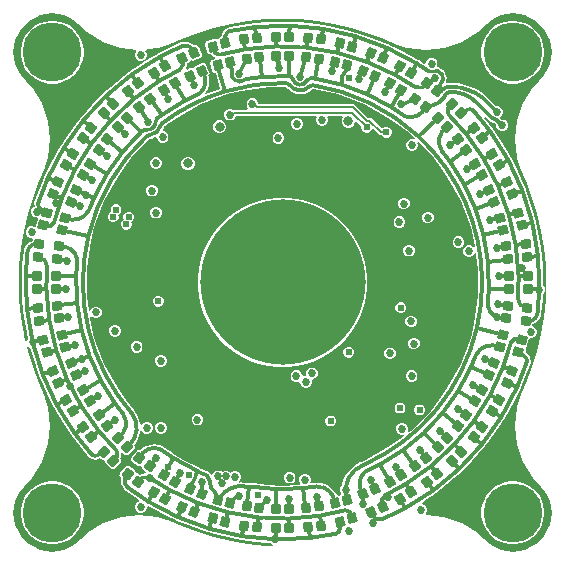
<source format=gtl>
G04*
G04 #@! TF.GenerationSoftware,Altium Limited,Altium Designer,21.9.2 (33)*
G04*
G04 Layer_Physical_Order=1*
G04 Layer_Color=255*
%FSLAX25Y25*%
%MOIN*%
G70*
G04*
G04 #@! TF.SameCoordinates,A2EF98D1-1A14-4516-B8CD-8696FD8A9C0B*
G04*
G04*
G04 #@! TF.FilePolarity,Positive*
G04*
G01*
G75*
G04:AMPARAMS|DCode=12|XSize=33.47mil|YSize=31.5mil|CornerRadius=3.94mil|HoleSize=0mil|Usage=FLASHONLY|Rotation=270.000|XOffset=0mil|YOffset=0mil|HoleType=Round|Shape=RoundedRectangle|*
%AMROUNDEDRECTD12*
21,1,0.03347,0.02362,0,0,270.0*
21,1,0.02559,0.03150,0,0,270.0*
1,1,0.00787,-0.01181,-0.01280*
1,1,0.00787,-0.01181,0.01280*
1,1,0.00787,0.01181,0.01280*
1,1,0.00787,0.01181,-0.01280*
%
%ADD12ROUNDEDRECTD12*%
G04:AMPARAMS|DCode=13|XSize=33.47mil|YSize=31.5mil|CornerRadius=3.94mil|HoleSize=0mil|Usage=FLASHONLY|Rotation=292.500|XOffset=0mil|YOffset=0mil|HoleType=Round|Shape=RoundedRectangle|*
%AMROUNDEDRECTD13*
21,1,0.03347,0.02362,0,0,292.5*
21,1,0.02559,0.03150,0,0,292.5*
1,1,0.00787,-0.00602,-0.01634*
1,1,0.00787,-0.01581,0.00730*
1,1,0.00787,0.00602,0.01634*
1,1,0.00787,0.01581,-0.00730*
%
%ADD13ROUNDEDRECTD13*%
G04:AMPARAMS|DCode=14|XSize=33.47mil|YSize=31.5mil|CornerRadius=3.94mil|HoleSize=0mil|Usage=FLASHONLY|Rotation=300.000|XOffset=0mil|YOffset=0mil|HoleType=Round|Shape=RoundedRectangle|*
%AMROUNDEDRECTD14*
21,1,0.03347,0.02362,0,0,300.0*
21,1,0.02559,0.03150,0,0,300.0*
1,1,0.00787,-0.00383,-0.01699*
1,1,0.00787,-0.01663,0.00518*
1,1,0.00787,0.00383,0.01699*
1,1,0.00787,0.01663,-0.00518*
%
%ADD14ROUNDEDRECTD14*%
G04:AMPARAMS|DCode=15|XSize=33.47mil|YSize=31.5mil|CornerRadius=3.94mil|HoleSize=0mil|Usage=FLASHONLY|Rotation=307.500|XOffset=0mil|YOffset=0mil|HoleType=Round|Shape=RoundedRectangle|*
%AMROUNDEDRECTD15*
21,1,0.03347,0.02362,0,0,307.5*
21,1,0.02559,0.03150,0,0,307.5*
1,1,0.00787,-0.00158,-0.01734*
1,1,0.00787,-0.01716,0.00296*
1,1,0.00787,0.00158,0.01734*
1,1,0.00787,0.01716,-0.00296*
%
%ADD15ROUNDEDRECTD15*%
G04:AMPARAMS|DCode=16|XSize=33.47mil|YSize=31.5mil|CornerRadius=3.94mil|HoleSize=0mil|Usage=FLASHONLY|Rotation=315.000|XOffset=0mil|YOffset=0mil|HoleType=Round|Shape=RoundedRectangle|*
%AMROUNDEDRECTD16*
21,1,0.03347,0.02362,0,0,315.0*
21,1,0.02559,0.03150,0,0,315.0*
1,1,0.00787,0.00070,-0.01740*
1,1,0.00787,-0.01740,0.00070*
1,1,0.00787,-0.00070,0.01740*
1,1,0.00787,0.01740,-0.00070*
%
%ADD16ROUNDEDRECTD16*%
G04:AMPARAMS|DCode=17|XSize=33.47mil|YSize=31.5mil|CornerRadius=3.94mil|HoleSize=0mil|Usage=FLASHONLY|Rotation=322.500|XOffset=0mil|YOffset=0mil|HoleType=Round|Shape=RoundedRectangle|*
%AMROUNDEDRECTD17*
21,1,0.03347,0.02362,0,0,322.5*
21,1,0.02559,0.03150,0,0,322.5*
1,1,0.00787,0.00296,-0.01716*
1,1,0.00787,-0.01734,-0.00158*
1,1,0.00787,-0.00296,0.01716*
1,1,0.00787,0.01734,0.00158*
%
%ADD17ROUNDEDRECTD17*%
G04:AMPARAMS|DCode=18|XSize=33.47mil|YSize=31.5mil|CornerRadius=3.94mil|HoleSize=0mil|Usage=FLASHONLY|Rotation=330.000|XOffset=0mil|YOffset=0mil|HoleType=Round|Shape=RoundedRectangle|*
%AMROUNDEDRECTD18*
21,1,0.03347,0.02362,0,0,330.0*
21,1,0.02559,0.03150,0,0,330.0*
1,1,0.00787,0.00518,-0.01663*
1,1,0.00787,-0.01699,-0.00383*
1,1,0.00787,-0.00518,0.01663*
1,1,0.00787,0.01699,0.00383*
%
%ADD18ROUNDEDRECTD18*%
G04:AMPARAMS|DCode=19|XSize=33.47mil|YSize=31.5mil|CornerRadius=3.94mil|HoleSize=0mil|Usage=FLASHONLY|Rotation=337.500|XOffset=0mil|YOffset=0mil|HoleType=Round|Shape=RoundedRectangle|*
%AMROUNDEDRECTD19*
21,1,0.03347,0.02362,0,0,337.5*
21,1,0.02559,0.03150,0,0,337.5*
1,1,0.00787,0.00730,-0.01581*
1,1,0.00787,-0.01634,-0.00602*
1,1,0.00787,-0.00730,0.01581*
1,1,0.00787,0.01634,0.00602*
%
%ADD19ROUNDEDRECTD19*%
G04:AMPARAMS|DCode=20|XSize=33.47mil|YSize=31.5mil|CornerRadius=3.94mil|HoleSize=0mil|Usage=FLASHONLY|Rotation=345.000|XOffset=0mil|YOffset=0mil|HoleType=Round|Shape=RoundedRectangle|*
%AMROUNDEDRECTD20*
21,1,0.03347,0.02362,0,0,345.0*
21,1,0.02559,0.03150,0,0,345.0*
1,1,0.00787,0.00930,-0.01472*
1,1,0.00787,-0.01542,-0.00810*
1,1,0.00787,-0.00930,0.01472*
1,1,0.00787,0.01542,0.00810*
%
%ADD20ROUNDEDRECTD20*%
G04:AMPARAMS|DCode=21|XSize=33.47mil|YSize=31.5mil|CornerRadius=3.94mil|HoleSize=0mil|Usage=FLASHONLY|Rotation=352.500|XOffset=0mil|YOffset=0mil|HoleType=Round|Shape=RoundedRectangle|*
%AMROUNDEDRECTD21*
21,1,0.03347,0.02362,0,0,352.5*
21,1,0.02559,0.03150,0,0,352.5*
1,1,0.00787,0.01114,-0.01338*
1,1,0.00787,-0.01423,-0.01004*
1,1,0.00787,-0.01114,0.01338*
1,1,0.00787,0.01423,0.01004*
%
%ADD21ROUNDEDRECTD21*%
G04:AMPARAMS|DCode=22|XSize=33.47mil|YSize=31.5mil|CornerRadius=3.94mil|HoleSize=0mil|Usage=FLASHONLY|Rotation=0.000|XOffset=0mil|YOffset=0mil|HoleType=Round|Shape=RoundedRectangle|*
%AMROUNDEDRECTD22*
21,1,0.03347,0.02362,0,0,0.0*
21,1,0.02559,0.03150,0,0,0.0*
1,1,0.00787,0.01280,-0.01181*
1,1,0.00787,-0.01280,-0.01181*
1,1,0.00787,-0.01280,0.01181*
1,1,0.00787,0.01280,0.01181*
%
%ADD22ROUNDEDRECTD22*%
G04:AMPARAMS|DCode=23|XSize=33.47mil|YSize=31.5mil|CornerRadius=3.94mil|HoleSize=0mil|Usage=FLASHONLY|Rotation=7.500|XOffset=0mil|YOffset=0mil|HoleType=Round|Shape=RoundedRectangle|*
%AMROUNDEDRECTD23*
21,1,0.03347,0.02362,0,0,7.5*
21,1,0.02559,0.03150,0,0,7.5*
1,1,0.00787,0.01423,-0.01004*
1,1,0.00787,-0.01114,-0.01338*
1,1,0.00787,-0.01423,0.01004*
1,1,0.00787,0.01114,0.01338*
%
%ADD23ROUNDEDRECTD23*%
G04:AMPARAMS|DCode=24|XSize=33.47mil|YSize=31.5mil|CornerRadius=3.94mil|HoleSize=0mil|Usage=FLASHONLY|Rotation=15.000|XOffset=0mil|YOffset=0mil|HoleType=Round|Shape=RoundedRectangle|*
%AMROUNDEDRECTD24*
21,1,0.03347,0.02362,0,0,15.0*
21,1,0.02559,0.03150,0,0,15.0*
1,1,0.00787,0.01542,-0.00810*
1,1,0.00787,-0.00930,-0.01472*
1,1,0.00787,-0.01542,0.00810*
1,1,0.00787,0.00930,0.01472*
%
%ADD24ROUNDEDRECTD24*%
G04:AMPARAMS|DCode=25|XSize=33.47mil|YSize=31.5mil|CornerRadius=3.94mil|HoleSize=0mil|Usage=FLASHONLY|Rotation=22.500|XOffset=0mil|YOffset=0mil|HoleType=Round|Shape=RoundedRectangle|*
%AMROUNDEDRECTD25*
21,1,0.03347,0.02362,0,0,22.5*
21,1,0.02559,0.03150,0,0,22.5*
1,1,0.00787,0.01634,-0.00602*
1,1,0.00787,-0.00730,-0.01581*
1,1,0.00787,-0.01634,0.00602*
1,1,0.00787,0.00730,0.01581*
%
%ADD25ROUNDEDRECTD25*%
G04:AMPARAMS|DCode=26|XSize=33.47mil|YSize=31.5mil|CornerRadius=3.94mil|HoleSize=0mil|Usage=FLASHONLY|Rotation=30.000|XOffset=0mil|YOffset=0mil|HoleType=Round|Shape=RoundedRectangle|*
%AMROUNDEDRECTD26*
21,1,0.03347,0.02362,0,0,30.0*
21,1,0.02559,0.03150,0,0,30.0*
1,1,0.00787,0.01699,-0.00383*
1,1,0.00787,-0.00518,-0.01663*
1,1,0.00787,-0.01699,0.00383*
1,1,0.00787,0.00518,0.01663*
%
%ADD26ROUNDEDRECTD26*%
G04:AMPARAMS|DCode=27|XSize=33.47mil|YSize=31.5mil|CornerRadius=3.94mil|HoleSize=0mil|Usage=FLASHONLY|Rotation=37.500|XOffset=0mil|YOffset=0mil|HoleType=Round|Shape=RoundedRectangle|*
%AMROUNDEDRECTD27*
21,1,0.03347,0.02362,0,0,37.5*
21,1,0.02559,0.03150,0,0,37.5*
1,1,0.00787,0.01734,-0.00158*
1,1,0.00787,-0.00296,-0.01716*
1,1,0.00787,-0.01734,0.00158*
1,1,0.00787,0.00296,0.01716*
%
%ADD27ROUNDEDRECTD27*%
G04:AMPARAMS|DCode=28|XSize=33.47mil|YSize=31.5mil|CornerRadius=3.94mil|HoleSize=0mil|Usage=FLASHONLY|Rotation=45.000|XOffset=0mil|YOffset=0mil|HoleType=Round|Shape=RoundedRectangle|*
%AMROUNDEDRECTD28*
21,1,0.03347,0.02362,0,0,45.0*
21,1,0.02559,0.03150,0,0,45.0*
1,1,0.00787,0.01740,0.00070*
1,1,0.00787,-0.00070,-0.01740*
1,1,0.00787,-0.01740,-0.00070*
1,1,0.00787,0.00070,0.01740*
%
%ADD28ROUNDEDRECTD28*%
G04:AMPARAMS|DCode=29|XSize=33.47mil|YSize=31.5mil|CornerRadius=3.94mil|HoleSize=0mil|Usage=FLASHONLY|Rotation=52.500|XOffset=0mil|YOffset=0mil|HoleType=Round|Shape=RoundedRectangle|*
%AMROUNDEDRECTD29*
21,1,0.03347,0.02362,0,0,52.5*
21,1,0.02559,0.03150,0,0,52.5*
1,1,0.00787,0.01716,0.00296*
1,1,0.00787,0.00158,-0.01734*
1,1,0.00787,-0.01716,-0.00296*
1,1,0.00787,-0.00158,0.01734*
%
%ADD29ROUNDEDRECTD29*%
G04:AMPARAMS|DCode=30|XSize=33.47mil|YSize=31.5mil|CornerRadius=3.94mil|HoleSize=0mil|Usage=FLASHONLY|Rotation=60.000|XOffset=0mil|YOffset=0mil|HoleType=Round|Shape=RoundedRectangle|*
%AMROUNDEDRECTD30*
21,1,0.03347,0.02362,0,0,60.0*
21,1,0.02559,0.03150,0,0,60.0*
1,1,0.00787,0.01663,0.00518*
1,1,0.00787,0.00383,-0.01699*
1,1,0.00787,-0.01663,-0.00518*
1,1,0.00787,-0.00383,0.01699*
%
%ADD30ROUNDEDRECTD30*%
G04:AMPARAMS|DCode=31|XSize=33.47mil|YSize=31.5mil|CornerRadius=3.94mil|HoleSize=0mil|Usage=FLASHONLY|Rotation=67.500|XOffset=0mil|YOffset=0mil|HoleType=Round|Shape=RoundedRectangle|*
%AMROUNDEDRECTD31*
21,1,0.03347,0.02362,0,0,67.5*
21,1,0.02559,0.03150,0,0,67.5*
1,1,0.00787,0.01581,0.00730*
1,1,0.00787,0.00602,-0.01634*
1,1,0.00787,-0.01581,-0.00730*
1,1,0.00787,-0.00602,0.01634*
%
%ADD31ROUNDEDRECTD31*%
G04:AMPARAMS|DCode=32|XSize=33.47mil|YSize=31.5mil|CornerRadius=3.94mil|HoleSize=0mil|Usage=FLASHONLY|Rotation=75.000|XOffset=0mil|YOffset=0mil|HoleType=Round|Shape=RoundedRectangle|*
%AMROUNDEDRECTD32*
21,1,0.03347,0.02362,0,0,75.0*
21,1,0.02559,0.03150,0,0,75.0*
1,1,0.00787,0.01472,0.00930*
1,1,0.00787,0.00810,-0.01542*
1,1,0.00787,-0.01472,-0.00930*
1,1,0.00787,-0.00810,0.01542*
%
%ADD32ROUNDEDRECTD32*%
G04:AMPARAMS|DCode=33|XSize=33.47mil|YSize=31.5mil|CornerRadius=3.94mil|HoleSize=0mil|Usage=FLASHONLY|Rotation=82.500|XOffset=0mil|YOffset=0mil|HoleType=Round|Shape=RoundedRectangle|*
%AMROUNDEDRECTD33*
21,1,0.03347,0.02362,0,0,82.5*
21,1,0.02559,0.03150,0,0,82.5*
1,1,0.00787,0.01338,0.01114*
1,1,0.00787,0.01004,-0.01423*
1,1,0.00787,-0.01338,-0.01114*
1,1,0.00787,-0.01004,0.01423*
%
%ADD33ROUNDEDRECTD33*%
G04:AMPARAMS|DCode=34|XSize=33.47mil|YSize=31.5mil|CornerRadius=3.94mil|HoleSize=0mil|Usage=FLASHONLY|Rotation=97.500|XOffset=0mil|YOffset=0mil|HoleType=Round|Shape=RoundedRectangle|*
%AMROUNDEDRECTD34*
21,1,0.03347,0.02362,0,0,97.5*
21,1,0.02559,0.03150,0,0,97.5*
1,1,0.00787,0.01004,0.01423*
1,1,0.00787,0.01338,-0.01114*
1,1,0.00787,-0.01004,-0.01423*
1,1,0.00787,-0.01338,0.01114*
%
%ADD34ROUNDEDRECTD34*%
G04:AMPARAMS|DCode=35|XSize=33.47mil|YSize=31.5mil|CornerRadius=3.94mil|HoleSize=0mil|Usage=FLASHONLY|Rotation=105.000|XOffset=0mil|YOffset=0mil|HoleType=Round|Shape=RoundedRectangle|*
%AMROUNDEDRECTD35*
21,1,0.03347,0.02362,0,0,105.0*
21,1,0.02559,0.03150,0,0,105.0*
1,1,0.00787,0.00810,0.01542*
1,1,0.00787,0.01472,-0.00930*
1,1,0.00787,-0.00810,-0.01542*
1,1,0.00787,-0.01472,0.00930*
%
%ADD35ROUNDEDRECTD35*%
%ADD62C,0.01221*%
%ADD63C,0.01200*%
%ADD64C,0.01500*%
%ADD65C,0.00800*%
%ADD66C,0.55118*%
%ADD67C,0.19685*%
%ADD68C,0.02400*%
%ADD69C,0.02700*%
%ADD70C,0.03200*%
%ADD71C,0.02559*%
G36*
X78791Y89522D02*
X80761Y89049D01*
X82632Y88274D01*
X84360Y87215D01*
X85900Y85900D01*
X87215Y84360D01*
X88274Y82632D01*
X89049Y80761D01*
X89522Y78791D01*
X89681Y76772D01*
X89522Y74752D01*
X89049Y72782D01*
X88274Y70911D01*
X87215Y69184D01*
X86226Y68026D01*
X85899Y67664D01*
X85620Y67415D01*
X85538Y67322D01*
X83548Y65096D01*
X81749Y62560D01*
X80245Y59838D01*
X79055Y56966D01*
X78194Y53977D01*
X77673Y50912D01*
X77499Y47807D01*
X77673Y44702D01*
X78194Y41637D01*
X79055Y38649D01*
X79123Y38485D01*
X79298Y38032D01*
X79298Y38032D01*
X79503Y37581D01*
X81277Y33666D01*
X83305Y28278D01*
X84976Y22769D01*
X86283Y17163D01*
X87221Y11483D01*
X87785Y5754D01*
X87973Y0D01*
X87785Y-5754D01*
X87221Y-11483D01*
X86283Y-17163D01*
X84976Y-22769D01*
X83305Y-28278D01*
X81277Y-33666D01*
X79299Y-38032D01*
X79299D01*
X79273Y-38121D01*
X79273Y-38121D01*
X79055Y-38649D01*
X78194Y-41637D01*
X77673Y-44702D01*
X77499Y-47807D01*
X77673Y-50912D01*
X78194Y-53977D01*
X79055Y-56966D01*
X80245Y-59838D01*
X81749Y-62560D01*
X83548Y-65096D01*
X85538Y-67322D01*
X85620Y-67415D01*
X85899Y-67664D01*
X86226Y-68026D01*
X87215Y-69184D01*
X88274Y-70911D01*
X89049Y-72782D01*
X89522Y-74752D01*
X89681Y-76772D01*
X89522Y-78791D01*
X89049Y-80761D01*
X88274Y-82632D01*
X87215Y-84360D01*
X85900Y-85900D01*
X84360Y-87215D01*
X82632Y-88274D01*
X80761Y-89049D01*
X78791Y-89522D01*
X76772Y-89681D01*
X74752Y-89522D01*
X72782Y-89049D01*
X70911Y-88274D01*
X69184Y-87215D01*
X68026Y-86226D01*
X67664Y-85899D01*
X67415Y-85620D01*
X67322Y-85538D01*
X65096Y-83548D01*
X62560Y-81749D01*
X59838Y-80245D01*
X56966Y-79055D01*
X53977Y-78194D01*
X50912Y-77673D01*
X48002Y-77510D01*
X47799Y-77038D01*
X47799Y-77006D01*
X47913Y-76892D01*
X48210Y-76175D01*
Y-75400D01*
X47913Y-74683D01*
X47364Y-74134D01*
X46648Y-73837D01*
X46513Y-73337D01*
X48272Y-72244D01*
X50884Y-70372D01*
X50984Y-70328D01*
X51057Y-70250D01*
X51146Y-70191D01*
X51155Y-70177D01*
X52893Y-68932D01*
X57288Y-65325D01*
X59682Y-63083D01*
X59781Y-63020D01*
X59790Y-63007D01*
X59804Y-62998D01*
X59856Y-62920D01*
X61438Y-61438D01*
X65325Y-57288D01*
X67321Y-54856D01*
X67368Y-54825D01*
X67398Y-54779D01*
X67441Y-54745D01*
X67499Y-54639D01*
X68932Y-52893D01*
X72244Y-48272D01*
X73926Y-45567D01*
X73999Y-45491D01*
X74040Y-45388D01*
X74101Y-45296D01*
X74105Y-45279D01*
X75246Y-43443D01*
X77926Y-38429D01*
X79166Y-35694D01*
X79381Y-35254D01*
X79383Y-35252D01*
D01*
X79400Y-35226D01*
X79400Y-35225D01*
X79401Y-35224D01*
X79407Y-35193D01*
X79573Y-34795D01*
X80320Y-33147D01*
X82426Y-27550D01*
X82685Y-26697D01*
X82671Y-26692D01*
X82746Y-26311D01*
X82739Y-26273D01*
X82759Y-26117D01*
X82653Y-25311D01*
X82342Y-24559D01*
X81847Y-23914D01*
X81202Y-23419D01*
X81107Y-22941D01*
X81154Y-22764D01*
X81180Y-22370D01*
X81071Y-22047D01*
X81064Y-21954D01*
X81192Y-21478D01*
X81489Y-21217D01*
X81664Y-20863D01*
X82181Y-18932D01*
X82447Y-18501D01*
X83223D01*
X83940Y-18204D01*
X84488Y-17655D01*
X84785Y-16939D01*
Y-16163D01*
X84488Y-15446D01*
X83940Y-14898D01*
X83223Y-14601D01*
X83152Y-14101D01*
X83165Y-13999D01*
X84098Y-13613D01*
X85025Y-12902D01*
X85737Y-11975D01*
X86054Y-11207D01*
X86059Y-11196D01*
X86059Y-11196D01*
X86172Y-10923D01*
X86202Y-10746D01*
X86202D01*
X86231Y-10451D01*
X86231Y-10450D01*
X86233Y-10432D01*
X86701Y-5683D01*
X86763Y-3790D01*
X87086Y-3467D01*
X87383Y-2750D01*
Y-1974D01*
X87086Y-1258D01*
X86853Y-1025D01*
X86887Y0D01*
X86701Y5683D01*
X86391Y8823D01*
X86402Y8879D01*
X86391Y8934D01*
X86397Y8990D01*
X86364Y9104D01*
X86143Y11341D01*
X85217Y16951D01*
X84472Y20145D01*
X84468Y20261D01*
X84427Y20350D01*
X84408Y20445D01*
X84399Y20458D01*
X83926Y22488D01*
X82276Y27929D01*
X81148Y30926D01*
X81131Y31033D01*
X81117Y31056D01*
X81112Y31083D01*
X81059Y31163D01*
X80273Y33250D01*
X77926Y38429D01*
X76450Y41191D01*
X76439Y41247D01*
X76410Y41290D01*
X76396Y41340D01*
X76319Y41437D01*
X75246Y43443D01*
X72244Y48272D01*
X70262Y51037D01*
X70205Y51152D01*
X70145Y51204D01*
X70100Y51271D01*
X70089Y51279D01*
X68866Y52986D01*
X67267Y54934D01*
X67638Y55270D01*
X68740Y54168D01*
X68740Y54168D01*
X68740Y54165D01*
X68736Y54161D01*
X69523Y53557D01*
X70250Y53255D01*
X70445Y53175D01*
X70713Y53096D01*
X70790Y53027D01*
X71077Y52769D01*
X71278Y52567D01*
Y51974D01*
X71575Y51258D01*
X72124Y50709D01*
X72840Y50412D01*
X73616D01*
X74333Y50709D01*
X74882Y51258D01*
X75178Y51974D01*
Y52750D01*
X74882Y53467D01*
X74333Y54015D01*
X73616Y54312D01*
X73023D01*
X72626Y54709D01*
X72602Y54851D01*
X72616Y55191D01*
X72679Y55354D01*
X73087Y55763D01*
X73384Y56479D01*
Y57255D01*
X73087Y57972D01*
X72539Y58520D01*
X71822Y58817D01*
X71229D01*
X67653Y62394D01*
X67542Y62504D01*
X67542Y62505D01*
X67542Y62509D01*
X67556Y62523D01*
X67300Y62717D01*
X67170Y62822D01*
X66939Y63019D01*
X66779Y63116D01*
X65186Y64093D01*
X64819Y64317D01*
X64762Y64341D01*
X64676Y64387D01*
X62876Y65132D01*
X62551Y65267D01*
X62413Y65316D01*
X61936Y65465D01*
X60987Y65859D01*
X58798Y66384D01*
X56553Y66561D01*
X55967Y66515D01*
X55916Y66525D01*
X55798Y66501D01*
X55184Y66453D01*
X54953Y66435D01*
X54717Y66652D01*
X54610Y66866D01*
X54604Y66899D01*
X54658Y67027D01*
X54787Y68012D01*
X54658Y68996D01*
X54278Y69913D01*
X53673Y70701D01*
X52886Y71305D01*
X51968Y71685D01*
X51811Y71706D01*
X51496Y72252D01*
X51630Y72576D01*
Y73351D01*
X51333Y74068D01*
X50785Y74617D01*
X50068Y74914D01*
X49292D01*
X48576Y74617D01*
X48027Y74068D01*
X47730Y73351D01*
Y73095D01*
X47293Y72852D01*
X45428Y74012D01*
X45336Y74094D01*
X45254Y74123D01*
X45181Y74172D01*
X45167Y74174D01*
X43443Y75246D01*
X38429Y77926D01*
X35502Y79252D01*
X35414Y79317D01*
X35388Y79323D01*
X35367Y79337D01*
X35274Y79356D01*
X33250Y80273D01*
X27929Y82276D01*
X24855Y83208D01*
X24809Y83239D01*
X24745Y83252D01*
X24687Y83282D01*
X24579Y83292D01*
X22488Y83926D01*
X16951Y85217D01*
X13791Y85739D01*
X13690Y85778D01*
X13582Y85776D01*
X13476Y85797D01*
X13460Y85794D01*
X11341Y86143D01*
X5683Y86701D01*
X2499Y86805D01*
X2396Y86831D01*
X2367Y86826D01*
X2338Y86832D01*
X2243Y86813D01*
X0Y86887D01*
X-5683Y86701D01*
X-8981Y86376D01*
X-9033Y86386D01*
X-9114Y86370D01*
X-9196Y86375D01*
X-9280Y86346D01*
X-11454Y86132D01*
X-17355Y85158D01*
X-18058Y84994D01*
X-18507Y84876D01*
X-18507Y84876D01*
X-18507Y84876D01*
X-18859Y84655D01*
X-19079Y84493D01*
X-19088Y84480D01*
X-19247Y84358D01*
X-19407Y84235D01*
X-19902Y83590D01*
X-20213Y82839D01*
X-20319Y82033D01*
X-20319Y82032D01*
X-20686Y81711D01*
X-20863Y81664D01*
X-21217Y81489D01*
X-21478Y81192D01*
X-21954Y81064D01*
X-22047Y81071D01*
X-22370Y81180D01*
X-22764Y81154D01*
X-25046Y80543D01*
X-25401Y80368D01*
X-25661Y80071D01*
X-25788Y79697D01*
X-25762Y79302D01*
X-25100Y76830D01*
X-24925Y76476D01*
X-24628Y76215D01*
X-24254Y76088D01*
X-23859Y76114D01*
X-23765Y76139D01*
X-23481Y75769D01*
X-22714Y75181D01*
X-22391Y75047D01*
X-22425Y74520D01*
X-23365Y74268D01*
X-23719Y74093D01*
X-23980Y73796D01*
X-24107Y73422D01*
X-24081Y73027D01*
X-23419Y70556D01*
X-23244Y70201D01*
X-22947Y69940D01*
X-22572Y69813D01*
X-22228Y69836D01*
X-20785Y64481D01*
X-23690Y63515D01*
X-25473Y62776D01*
X-25780Y63190D01*
X-25531Y63494D01*
X-24927Y64624D01*
X-24555Y65850D01*
X-24429Y67126D01*
X-24555Y68401D01*
X-24744Y69026D01*
X-24592Y69128D01*
X-24372Y69456D01*
X-24295Y69844D01*
X-24372Y70232D01*
X-25352Y72596D01*
X-25571Y72925D01*
X-25900Y73144D01*
X-26287Y73222D01*
X-26675Y73144D01*
X-28858Y72241D01*
X-29186Y72021D01*
X-29406Y71692D01*
X-29901Y71487D01*
X-30289Y71564D01*
X-30676Y71487D01*
X-31898Y70981D01*
X-32210Y71393D01*
X-31840Y72287D01*
X-31731Y73119D01*
X-31407Y73252D01*
X-31079Y73472D01*
X-30859Y73801D01*
X-30364Y74006D01*
X-29976Y73929D01*
X-29589Y74006D01*
X-27406Y74910D01*
X-27078Y75129D01*
X-26858Y75458D01*
X-26781Y75846D01*
X-26858Y76233D01*
X-27837Y78598D01*
X-28057Y78926D01*
X-28386Y79146D01*
X-28773Y79223D01*
X-29161Y79146D01*
X-29459Y79023D01*
X-30260Y79638D01*
X-31340Y80085D01*
X-32498Y80237D01*
X-33319Y80129D01*
X-33333Y80128D01*
X-33333Y80127D01*
X-33626Y80089D01*
X-33626Y80089D01*
X-33795Y80026D01*
Y80026D01*
X-38429Y77926D01*
X-41312Y76385D01*
X-41365Y76375D01*
X-41428Y76333D01*
X-41499Y76309D01*
X-41573Y76246D01*
X-43443Y75246D01*
X-45763Y73804D01*
X-46076Y74198D01*
X-45591Y74683D01*
X-45294Y75400D01*
Y76175D01*
X-45591Y76892D01*
X-45809Y77110D01*
X-45614Y77622D01*
X-44702Y77673D01*
X-41637Y78194D01*
X-38649Y79055D01*
X-38485Y79123D01*
X-38032Y79298D01*
X-38032Y79298D01*
X-37581Y79503D01*
X-33666Y81277D01*
X-28278Y83305D01*
X-22769Y84976D01*
X-17163Y86283D01*
X-11483Y87221D01*
X-5754Y87785D01*
X0Y87973D01*
X5754Y87785D01*
X11483Y87221D01*
X17163Y86283D01*
X22769Y84976D01*
X28278Y83305D01*
X33666Y81277D01*
X38032Y79299D01*
Y79299D01*
X38121Y79273D01*
X38121Y79273D01*
X38649Y79055D01*
X41637Y78194D01*
X44702Y77673D01*
X47807Y77499D01*
X50912Y77673D01*
X53977Y78194D01*
X56966Y79055D01*
X59838Y80245D01*
X62560Y81749D01*
X65096Y83548D01*
X67322Y85538D01*
X67415Y85620D01*
X67664Y85899D01*
X68026Y86226D01*
X69184Y87215D01*
X70911Y88274D01*
X72782Y89049D01*
X74752Y89522D01*
X76772Y89681D01*
X78791Y89522D01*
D02*
G37*
G36*
X723Y65291D02*
X980Y65277D01*
X1216Y65264D01*
X1216Y65264D01*
X1216Y65264D01*
X1217Y65263D01*
X1551Y64898D01*
X1876Y64474D01*
X3056Y63569D01*
X4431Y62999D01*
X5906Y62805D01*
X7380Y62999D01*
X8755Y63569D01*
X9582Y64203D01*
X9935Y64474D01*
X9972Y64509D01*
X10444Y64445D01*
X13884Y63824D01*
X18402Y62671D01*
X22826Y61199D01*
X27134Y59414D01*
X31303Y57327D01*
X35313Y54948D01*
X39143Y52289D01*
X42773Y49363D01*
X44105Y48123D01*
X43830Y47696D01*
X43585Y47797D01*
X42810D01*
X42093Y47501D01*
X41544Y46952D01*
X41247Y46235D01*
Y45459D01*
X41544Y44743D01*
X42093Y44194D01*
X42810Y43897D01*
X43585D01*
X44302Y44194D01*
X44851Y44743D01*
X45147Y45459D01*
Y46235D01*
X44989Y46617D01*
X45410Y46909D01*
X46186Y46186D01*
X49363Y42773D01*
X52289Y39143D01*
X54948Y35313D01*
X57327Y31303D01*
X59414Y27134D01*
X61199Y22826D01*
X62671Y18402D01*
X63824Y13884D01*
X64162Y12013D01*
X64084Y11927D01*
X63397Y11907D01*
X63228Y12075D01*
X62512Y12372D01*
X61736D01*
X61019Y12075D01*
X60471Y11527D01*
X60174Y10810D01*
Y10034D01*
X60471Y9318D01*
X61019Y8769D01*
X61736Y8472D01*
X62512D01*
X63228Y8769D01*
X63777Y9318D01*
X64030Y9928D01*
X64536Y9939D01*
X64652Y9296D01*
X65150Y4660D01*
X65315Y65D01*
X65302Y0D01*
X65315Y-65D01*
X65150Y-4660D01*
X64652Y-9296D01*
X63824Y-13884D01*
X62671Y-18402D01*
X61199Y-22826D01*
X59414Y-27134D01*
X57327Y-31303D01*
X54948Y-35313D01*
X52289Y-39143D01*
X49363Y-42773D01*
X46186Y-46186D01*
X42773Y-49363D01*
X42028Y-49964D01*
X41615Y-49654D01*
X41822Y-49155D01*
Y-48379D01*
X41525Y-47662D01*
X40977Y-47114D01*
X40260Y-46817D01*
X39484D01*
X38767Y-47114D01*
X38219Y-47662D01*
X37922Y-48379D01*
Y-49155D01*
X38219Y-49872D01*
X38767Y-50420D01*
X39484Y-50717D01*
X40260D01*
X40335Y-50686D01*
X40593Y-51120D01*
X39143Y-52289D01*
X35313Y-54948D01*
X31303Y-57327D01*
X27134Y-59414D01*
X26803Y-59551D01*
X26337Y-59726D01*
X26069Y-59834D01*
X25882Y-59934D01*
X24313Y-60773D01*
X22774Y-62036D01*
X21510Y-63575D01*
X20572Y-65331D01*
X19994Y-67237D01*
X19983Y-67350D01*
X19955Y-67361D01*
X19407Y-67910D01*
X19110Y-68627D01*
Y-69402D01*
X19407Y-70119D01*
X19594Y-70307D01*
X19542Y-70625D01*
X19281Y-70922D01*
X18805Y-71050D01*
X18712Y-71044D01*
X18389Y-70934D01*
X18089Y-70954D01*
X17506Y-69862D01*
X16624Y-68788D01*
X15551Y-67907D01*
X14325Y-67252D01*
X12996Y-66849D01*
X11613Y-66713D01*
X11565Y-66717D01*
X11088Y-66729D01*
X11088D01*
Y-66729D01*
X9632Y-66992D01*
X9616Y-66993D01*
X9268Y-66528D01*
X9430Y-66136D01*
Y-65360D01*
X9133Y-64643D01*
X8585Y-64095D01*
X7868Y-63798D01*
X7092D01*
X6376Y-64095D01*
X5827Y-64643D01*
X5530Y-65360D01*
Y-66136D01*
X5827Y-66853D01*
X5912Y-66938D01*
X5746Y-67409D01*
X4828Y-67508D01*
X0Y-67681D01*
X-4828Y-67508D01*
X-9632Y-66992D01*
X-10848Y-66772D01*
X-10848Y-66772D01*
X-11049Y-66772D01*
X-11954D01*
X-12444Y-66746D01*
X-12941Y-66734D01*
X-13882Y-66641D01*
X-14410Y-66694D01*
X-14637Y-66213D01*
X-14292Y-65868D01*
X-13995Y-65152D01*
Y-64376D01*
X-14292Y-63659D01*
X-14840Y-63111D01*
X-15557Y-62814D01*
X-16333D01*
X-17050Y-63111D01*
X-17323Y-63384D01*
X-17695Y-63012D01*
X-18411Y-62715D01*
X-19187D01*
X-19904Y-63012D01*
X-20082Y-63190D01*
X-20299Y-62972D01*
X-21016Y-62675D01*
X-21792D01*
X-22509Y-62972D01*
X-23057Y-63521D01*
X-23235Y-63949D01*
X-23807Y-64025D01*
X-24200Y-63513D01*
X-25123Y-62805D01*
X-26197Y-62360D01*
X-26697Y-62294D01*
X-27160Y-62208D01*
X-27497Y-61912D01*
X-27862Y-61669D01*
X-27895Y-61647D01*
X-27897Y-61646D01*
X-27898Y-61646D01*
X-27926Y-61640D01*
X-28284Y-61480D01*
X-32436Y-59402D01*
X-35794Y-57409D01*
X-36591Y-56937D01*
X-40123Y-54484D01*
X-40137Y-54502D01*
X-40383Y-54337D01*
X-40450Y-54324D01*
X-41441Y-54023D01*
X-42717Y-53898D01*
X-43992Y-54023D01*
X-45219Y-54395D01*
X-46349Y-55000D01*
X-47339Y-55813D01*
X-47434Y-55928D01*
X-47570Y-55861D01*
X-47965Y-55835D01*
X-48339Y-55962D01*
X-48636Y-56223D01*
X-50194Y-58253D01*
X-50369Y-58608D01*
X-50395Y-59002D01*
X-50268Y-59376D01*
X-50007Y-59674D01*
X-48133Y-61112D01*
X-47779Y-61286D01*
X-47384Y-61312D01*
X-46959Y-61638D01*
X-46832Y-62013D01*
X-46572Y-62310D01*
X-45559Y-63087D01*
X-45568Y-63223D01*
X-45723Y-63591D01*
X-46682Y-63718D01*
X-47457Y-64039D01*
X-47735Y-63826D01*
X-48089Y-63651D01*
X-48484Y-63625D01*
X-48909Y-63299D01*
X-49036Y-62925D01*
X-49296Y-62628D01*
X-51170Y-61190D01*
X-51525Y-61015D01*
X-51920Y-60989D01*
X-52294Y-61116D01*
X-52591Y-61377D01*
X-54149Y-63407D01*
X-54324Y-63761D01*
X-54350Y-64156D01*
X-54223Y-64530D01*
X-53962Y-64827D01*
X-53707Y-65023D01*
X-53838Y-66025D01*
X-53686Y-67183D01*
X-53239Y-68263D01*
X-52726Y-68931D01*
X-52546Y-69166D01*
X-52546Y-69166D01*
X-52407Y-69280D01*
X-52166Y-69453D01*
X-52166Y-69453D01*
X-52151Y-69464D01*
X-48272Y-72244D01*
X-47950Y-72444D01*
X-47996Y-73004D01*
X-48349Y-73150D01*
X-48897Y-73699D01*
X-49194Y-74415D01*
Y-75191D01*
X-48897Y-75908D01*
X-48349Y-76456D01*
X-47632Y-76753D01*
X-46856D01*
X-46139Y-76456D01*
X-45591Y-75908D01*
X-45294Y-75191D01*
Y-74684D01*
X-44799Y-74403D01*
X-43443Y-75246D01*
X-38429Y-77926D01*
X-35502Y-79252D01*
X-35414Y-79317D01*
X-35388Y-79323D01*
X-35367Y-79337D01*
X-35274Y-79356D01*
X-33250Y-80273D01*
X-27929Y-82276D01*
X-24855Y-83208D01*
X-24809Y-83239D01*
X-24745Y-83252D01*
X-24687Y-83282D01*
X-24579Y-83292D01*
X-22488Y-83926D01*
X-16951Y-85217D01*
X-13791Y-85739D01*
X-13690Y-85778D01*
X-13582Y-85776D01*
X-13476Y-85797D01*
X-13460Y-85794D01*
X-11341Y-86143D01*
X-5683Y-86701D01*
X-3935Y-86758D01*
X-3442Y-87251D01*
X-3156Y-87370D01*
X-3263Y-87866D01*
X-5754Y-87785D01*
X-11483Y-87221D01*
X-17163Y-86283D01*
X-22769Y-84976D01*
X-28278Y-83305D01*
X-33666Y-81277D01*
X-38032Y-79299D01*
Y-79299D01*
X-38121Y-79273D01*
X-38121Y-79273D01*
X-38649Y-79055D01*
X-41637Y-78194D01*
X-44702Y-77673D01*
X-47807Y-77499D01*
X-50912Y-77673D01*
X-53977Y-78194D01*
X-56966Y-79055D01*
X-59838Y-80245D01*
X-62560Y-81749D01*
X-65096Y-83548D01*
X-67322Y-85538D01*
X-67415Y-85620D01*
X-67664Y-85899D01*
X-68026Y-86226D01*
X-69184Y-87215D01*
X-70911Y-88274D01*
X-72782Y-89049D01*
X-74752Y-89522D01*
X-76772Y-89681D01*
X-78791Y-89522D01*
X-80761Y-89049D01*
X-82632Y-88274D01*
X-84360Y-87215D01*
X-85900Y-85900D01*
X-87215Y-84360D01*
X-88274Y-82632D01*
X-89049Y-80761D01*
X-89522Y-78791D01*
X-89681Y-76772D01*
X-89522Y-74752D01*
X-89049Y-72782D01*
X-88274Y-70911D01*
X-87215Y-69184D01*
X-86226Y-68026D01*
X-85899Y-67664D01*
X-85620Y-67415D01*
X-85538Y-67322D01*
X-83548Y-65096D01*
X-81749Y-62560D01*
X-80245Y-59838D01*
X-79055Y-56966D01*
X-78194Y-53977D01*
X-77673Y-50912D01*
X-77499Y-47807D01*
X-77673Y-44702D01*
X-78194Y-41637D01*
X-79055Y-38649D01*
X-79123Y-38485D01*
X-79298Y-38032D01*
X-79298Y-38032D01*
X-79503Y-37581D01*
X-81277Y-33666D01*
X-83305Y-28278D01*
X-84976Y-22769D01*
X-85304Y-21359D01*
X-84837Y-21162D01*
X-84373Y-21626D01*
X-84101Y-21739D01*
X-83926Y-22488D01*
X-82276Y-27929D01*
X-81148Y-30926D01*
X-81131Y-31033D01*
X-81117Y-31056D01*
X-81112Y-31083D01*
X-81059Y-31163D01*
X-80273Y-33250D01*
X-77926Y-38429D01*
X-76450Y-41191D01*
X-76439Y-41247D01*
X-76410Y-41290D01*
X-76396Y-41340D01*
X-76319Y-41436D01*
X-75246Y-43443D01*
X-72244Y-48272D01*
X-70262Y-51037D01*
X-70205Y-51152D01*
X-70145Y-51204D01*
X-70100Y-51271D01*
X-70089Y-51279D01*
X-68866Y-52986D01*
X-65072Y-57609D01*
X-64463Y-58259D01*
X-64463D01*
X-64434Y-58281D01*
X-64415Y-58309D01*
X-64255Y-58416D01*
X-64253Y-58417D01*
X-63998Y-58613D01*
X-63836Y-58680D01*
X-63246Y-58924D01*
X-62440Y-59030D01*
X-61634Y-58924D01*
X-60883Y-58613D01*
X-60421Y-58770D01*
X-60292Y-58900D01*
X-59963Y-59119D01*
X-59575Y-59196D01*
X-59196Y-59575D01*
X-59119Y-59963D01*
X-58900Y-60292D01*
X-57229Y-61962D01*
X-56901Y-62182D01*
X-56513Y-62259D01*
X-56125Y-62182D01*
X-55796Y-61962D01*
X-53987Y-60152D01*
X-53767Y-59824D01*
X-53690Y-59436D01*
X-53767Y-59048D01*
X-53987Y-58719D01*
X-54056Y-58651D01*
X-53878Y-58220D01*
X-53751Y-57262D01*
X-53797Y-56915D01*
X-53323Y-56681D01*
X-52636Y-57368D01*
X-52307Y-57588D01*
X-51920Y-57665D01*
X-51532Y-57588D01*
X-51203Y-57368D01*
X-49393Y-55559D01*
X-49174Y-55230D01*
X-49097Y-54843D01*
X-49174Y-54455D01*
X-49358Y-54180D01*
X-48884Y-53603D01*
X-48031Y-52006D01*
X-47505Y-50273D01*
X-47439Y-49604D01*
X-46929Y-49528D01*
X-46929Y-49530D01*
X-46380Y-50078D01*
X-45663Y-50375D01*
X-44888D01*
X-44171Y-50078D01*
X-43622Y-49530D01*
X-43326Y-48813D01*
Y-48037D01*
X-43622Y-47321D01*
X-44171Y-46772D01*
X-44888Y-46475D01*
X-45663D01*
X-46380Y-46772D01*
X-46929Y-47321D01*
X-46937Y-47340D01*
X-47446Y-47264D01*
X-47505Y-46669D01*
X-48031Y-44936D01*
X-48884Y-43339D01*
X-49092Y-43086D01*
X-49104Y-43060D01*
X-49232Y-42906D01*
X-49287Y-42842D01*
X-49287Y-42842D01*
X-49289Y-42841D01*
X-49560Y-42529D01*
X-52289Y-39143D01*
X-54948Y-35313D01*
X-57327Y-31303D01*
X-59414Y-27134D01*
X-61199Y-22826D01*
X-62671Y-18402D01*
X-63824Y-13884D01*
X-64247Y-11540D01*
X-64174Y-11466D01*
X-63484Y-11460D01*
X-63299Y-11644D01*
X-62583Y-11941D01*
X-61807D01*
X-61090Y-11644D01*
X-60542Y-11096D01*
X-60245Y-10379D01*
Y-9603D01*
X-60542Y-8887D01*
X-61090Y-8338D01*
X-61807Y-8041D01*
X-62583D01*
X-63299Y-8338D01*
X-63848Y-8887D01*
X-64105Y-9509D01*
X-64511Y-9540D01*
X-64611Y-9522D01*
X-64652Y-9296D01*
X-65150Y-4660D01*
X-65317Y0D01*
X-65150Y4660D01*
X-64652Y9296D01*
X-63824Y13884D01*
X-63503Y15143D01*
X-62671Y18402D01*
X-61199Y22826D01*
X-59414Y27134D01*
X-57327Y31303D01*
X-54948Y35313D01*
X-52289Y39143D01*
X-49363Y42773D01*
X-46186Y46186D01*
X-44447Y47805D01*
X-44447Y47805D01*
X-44052Y47892D01*
X-43986Y47906D01*
X-43385Y47986D01*
X-42434Y48379D01*
X-41934Y48052D01*
X-41637Y47336D01*
X-41089Y46787D01*
X-40372Y46490D01*
X-39596D01*
X-38880Y46787D01*
X-38331Y47336D01*
X-38034Y48052D01*
Y48828D01*
X-38331Y49545D01*
X-38880Y50093D01*
X-39522Y50359D01*
X-39610Y50421D01*
X-39821Y50890D01*
X-39508Y51646D01*
X-39355Y52015D01*
X-39334Y52093D01*
X-39292Y52130D01*
X-38971Y52407D01*
X-38954Y52420D01*
X-35313Y54948D01*
X-31303Y57327D01*
X-27134Y59414D01*
X-22826Y61199D01*
X-18402Y62671D01*
X-13884Y63824D01*
X-9296Y64652D01*
X-4660Y65150D01*
X0Y65317D01*
X723Y65291D01*
D02*
G37*
G36*
X-74752Y89522D02*
X-72782Y89049D01*
X-70911Y88274D01*
X-69184Y87215D01*
X-68026Y86226D01*
X-67664Y85899D01*
X-67415Y85620D01*
X-67322Y85538D01*
X-65096Y83548D01*
X-62560Y81749D01*
X-59838Y80245D01*
X-56966Y79055D01*
X-53977Y78194D01*
X-50912Y77673D01*
X-48934Y77562D01*
X-48739Y77050D01*
X-48897Y76892D01*
X-49194Y76175D01*
Y75400D01*
X-48897Y74683D01*
X-48349Y74134D01*
X-47632Y73837D01*
X-46856D01*
X-46255Y74086D01*
X-46026Y73640D01*
X-48272Y72244D01*
X-50884Y70372D01*
X-50984Y70328D01*
X-51057Y70250D01*
X-51146Y70191D01*
X-51155Y70177D01*
X-52893Y68932D01*
X-57288Y65325D01*
X-59682Y63083D01*
X-59781Y63021D01*
X-59790Y63007D01*
X-59804Y62998D01*
X-59856Y62920D01*
X-61438Y61438D01*
X-65325Y57288D01*
X-67321Y54856D01*
X-67368Y54825D01*
X-67398Y54779D01*
X-67441Y54745D01*
X-67499Y54639D01*
X-68932Y52893D01*
X-72244Y48272D01*
X-73926Y45567D01*
X-73999Y45491D01*
X-74040Y45388D01*
X-74101Y45296D01*
X-74105Y45279D01*
X-75246Y43443D01*
X-77926Y38429D01*
X-79166Y35694D01*
X-79383Y35252D01*
X-79383Y35252D01*
X-79383Y35252D01*
X-79400Y35226D01*
X-79400Y35225D01*
X-79401Y35224D01*
X-79407Y35194D01*
X-79573Y34795D01*
X-80320Y33147D01*
X-82427Y27550D01*
X-82685Y26697D01*
X-82671Y26692D01*
X-82746Y26311D01*
X-82739Y26273D01*
X-82759Y26117D01*
X-82666Y25411D01*
X-82994Y25275D01*
X-83543Y24727D01*
X-83840Y24010D01*
Y23234D01*
X-83543Y22517D01*
X-82994Y21969D01*
X-82278Y21672D01*
X-81729D01*
X-81582Y21394D01*
X-81511Y21172D01*
X-81664Y20863D01*
X-82230Y18750D01*
X-82275Y18700D01*
X-82620Y18512D01*
X-82783Y18479D01*
X-83274Y18682D01*
X-84049D01*
X-84766Y18385D01*
X-85315Y17837D01*
X-85611Y17120D01*
Y16344D01*
X-85315Y15628D01*
X-84766Y15079D01*
X-84049Y14782D01*
X-83556D01*
X-83223Y14394D01*
X-83298Y13945D01*
X-84098Y13613D01*
X-85025Y12902D01*
X-85737Y11975D01*
X-86054Y11207D01*
X-86059Y11196D01*
X-86059Y11196D01*
X-86172Y10923D01*
X-86202Y10746D01*
X-86202D01*
X-86231Y10451D01*
X-86231Y10450D01*
X-86233Y10432D01*
X-86701Y5683D01*
X-86810Y2336D01*
X-86835Y2216D01*
X-86834Y2209D01*
X-86835Y2203D01*
X-86818Y2113D01*
X-86887Y0D01*
X-86701Y-5683D01*
X-86391Y-8823D01*
X-86402Y-8879D01*
X-86391Y-8934D01*
X-86397Y-8989D01*
X-86364Y-9104D01*
X-86143Y-11341D01*
X-85217Y-16951D01*
X-84799Y-18746D01*
X-84921Y-18868D01*
X-85210Y-19565D01*
X-85249Y-19580D01*
X-85724Y-19561D01*
X-86283Y-17163D01*
X-87221Y-11483D01*
X-87785Y-5754D01*
X-87973Y0D01*
X-87785Y5754D01*
X-87221Y11483D01*
X-86283Y17163D01*
X-84976Y22769D01*
X-83305Y28278D01*
X-81277Y33666D01*
X-79299Y38032D01*
X-79299D01*
X-79273Y38121D01*
X-79273Y38121D01*
X-79055Y38649D01*
X-78194Y41637D01*
X-77673Y44702D01*
X-77499Y47807D01*
X-77673Y50912D01*
X-78194Y53977D01*
X-79055Y56966D01*
X-80245Y59838D01*
X-81749Y62560D01*
X-83548Y65096D01*
X-85538Y67322D01*
X-85620Y67415D01*
X-85899Y67664D01*
X-86226Y68026D01*
X-87215Y69184D01*
X-88274Y70911D01*
X-89049Y72782D01*
X-89522Y74752D01*
X-89681Y76772D01*
X-89522Y78791D01*
X-89049Y80761D01*
X-88274Y82632D01*
X-87215Y84360D01*
X-85900Y85900D01*
X-84360Y87215D01*
X-82632Y88274D01*
X-80761Y89049D01*
X-78791Y89522D01*
X-76772Y89681D01*
X-74752Y89522D01*
D02*
G37*
%LPC*%
G36*
X77593Y87214D02*
X75950D01*
X74326Y86957D01*
X72763Y86449D01*
X71299Y85703D01*
X69969Y84737D01*
X68806Y83574D01*
X67840Y82245D01*
X67094Y80780D01*
X66586Y79217D01*
X66329Y77593D01*
Y75950D01*
X66586Y74326D01*
X67094Y72763D01*
X67840Y71299D01*
X68806Y69969D01*
X69969Y68806D01*
X71299Y67840D01*
X72763Y67094D01*
X74326Y66586D01*
X75950Y66329D01*
X77593D01*
X79217Y66586D01*
X80780Y67094D01*
X82245Y67840D01*
X83574Y68806D01*
X84737Y69969D01*
X85703Y71299D01*
X86449Y72763D01*
X86957Y74326D01*
X87214Y75950D01*
Y77593D01*
X86957Y79217D01*
X86449Y80780D01*
X85703Y82245D01*
X84737Y83574D01*
X83574Y84737D01*
X82245Y85703D01*
X80780Y86449D01*
X79217Y86957D01*
X77593Y87214D01*
D02*
G37*
G36*
Y-66329D02*
X75950D01*
X74326Y-66586D01*
X72763Y-67094D01*
X71299Y-67840D01*
X69969Y-68806D01*
X68806Y-69969D01*
X67840Y-71299D01*
X67094Y-72763D01*
X66586Y-74326D01*
X66329Y-75950D01*
Y-77593D01*
X66586Y-79217D01*
X67094Y-80780D01*
X67840Y-82245D01*
X68806Y-83574D01*
X69969Y-84737D01*
X71299Y-85703D01*
X72763Y-86449D01*
X74326Y-86957D01*
X75950Y-87214D01*
X77593D01*
X79217Y-86957D01*
X80780Y-86449D01*
X82245Y-85703D01*
X83574Y-84737D01*
X84737Y-83574D01*
X85703Y-82245D01*
X86449Y-80780D01*
X86957Y-79217D01*
X87214Y-77593D01*
Y-75950D01*
X86957Y-74326D01*
X86449Y-72763D01*
X85703Y-71299D01*
X84737Y-69969D01*
X83574Y-68806D01*
X82245Y-67840D01*
X80780Y-67094D01*
X79217Y-66586D01*
X77593Y-66329D01*
D02*
G37*
G36*
X-9651Y61399D02*
X-10427D01*
X-11144Y61102D01*
X-11693Y60553D01*
X-11989Y59837D01*
Y59061D01*
X-11693Y58344D01*
X-11462Y58114D01*
X-11670Y57614D01*
X-16333D01*
X-16388Y57603D01*
X-17104Y57899D01*
X-17880D01*
X-18596Y57603D01*
X-19145Y57054D01*
X-19442Y56337D01*
Y55562D01*
X-19145Y54845D01*
X-18596Y54296D01*
X-17880Y54000D01*
X-17104D01*
X-16387Y54296D01*
X-15839Y54845D01*
X-15542Y55562D01*
Y55575D01*
X11108D01*
X11422Y55075D01*
X11239Y54632D01*
Y53857D01*
X11536Y53140D01*
X12084Y52591D01*
X12801Y52294D01*
X13577D01*
X14294Y52591D01*
X14842Y53140D01*
X15139Y53857D01*
Y54632D01*
X14956Y55075D01*
X15270Y55575D01*
X19921D01*
X20112Y55113D01*
X20084Y55085D01*
X19749Y54276D01*
Y53401D01*
X20084Y52592D01*
X20703Y51973D01*
X21511Y51639D01*
X22386D01*
X23195Y51973D01*
X23814Y52592D01*
X24149Y53401D01*
Y53579D01*
X24611Y53770D01*
X26251Y52130D01*
X26251Y52130D01*
Y51414D01*
X26525Y50752D01*
X27032Y50246D01*
X27693Y49972D01*
X28409D01*
X29071Y50246D01*
X29577Y50752D01*
X29711Y51074D01*
X30301Y51192D01*
X32115Y49378D01*
X32445Y49156D01*
X32836Y49079D01*
X33120D01*
X33120Y49079D01*
X33626Y48572D01*
X34288Y48298D01*
X35004D01*
X35665Y48572D01*
X36172Y49079D01*
X36446Y49740D01*
Y50457D01*
X36172Y51118D01*
X35665Y51624D01*
X35004Y51898D01*
X34288D01*
X33626Y51624D01*
X33189Y51187D01*
X29683Y54693D01*
X29353Y54914D01*
X28962Y54991D01*
X28537D01*
X24245Y59284D01*
X23914Y59505D01*
X23524Y59583D01*
X-8089D01*
Y59837D01*
X-8386Y60553D01*
X-8935Y61102D01*
X-9651Y61399D01*
D02*
G37*
G36*
X5209Y54880D02*
X4433D01*
X3717Y54584D01*
X3168Y54035D01*
X2871Y53318D01*
Y52543D01*
X3168Y51826D01*
X3717Y51277D01*
X4433Y50981D01*
X5209D01*
X5926Y51277D01*
X6474Y51826D01*
X6771Y52543D01*
Y53318D01*
X6474Y54035D01*
X5926Y54584D01*
X5209Y54880D01*
D02*
G37*
G36*
X-20552Y54074D02*
X-21427D01*
X-22236Y53739D01*
X-22855Y53120D01*
X-23190Y52312D01*
Y51437D01*
X-22855Y50628D01*
X-22236Y50009D01*
X-21427Y49674D01*
X-20552D01*
X-19743Y50009D01*
X-19125Y50628D01*
X-18790Y51437D01*
Y52312D01*
X-19125Y53120D01*
X-19743Y53739D01*
X-20552Y54074D01*
D02*
G37*
G36*
X-986Y50159D02*
X-1762D01*
X-2478Y49862D01*
X-3027Y49313D01*
X-3324Y48597D01*
Y47821D01*
X-3027Y47104D01*
X-2478Y46556D01*
X-1762Y46259D01*
X-986D01*
X-269Y46556D01*
X279Y47104D01*
X576Y47821D01*
Y48597D01*
X279Y49313D01*
X-269Y49862D01*
X-986Y50159D01*
D02*
G37*
G36*
X-41832Y41821D02*
X-42608D01*
X-43325Y41524D01*
X-43873Y40976D01*
X-44170Y40259D01*
Y39483D01*
X-43873Y38767D01*
X-43325Y38218D01*
X-42608Y37921D01*
X-41832D01*
X-41115Y38218D01*
X-40567Y38767D01*
X-40270Y39483D01*
Y40259D01*
X-40567Y40976D01*
X-41115Y41524D01*
X-41832Y41821D01*
D02*
G37*
G36*
X-31075Y41939D02*
X-31950D01*
X-32759Y41604D01*
X-33378Y40985D01*
X-33713Y40177D01*
Y39302D01*
X-33378Y38493D01*
X-32759Y37874D01*
X-31950Y37539D01*
X-31075D01*
X-30266Y37874D01*
X-29647Y38493D01*
X-29313Y39302D01*
Y40177D01*
X-29647Y40985D01*
X-30266Y41604D01*
X-31075Y41939D01*
D02*
G37*
G36*
X-43056Y32569D02*
X-43831D01*
X-44548Y32272D01*
X-45097Y31724D01*
X-45393Y31007D01*
Y30231D01*
X-45097Y29515D01*
X-44548Y28966D01*
X-43831Y28669D01*
X-43056D01*
X-42339Y28966D01*
X-41790Y29515D01*
X-41493Y30231D01*
Y31007D01*
X-41790Y31724D01*
X-42339Y32272D01*
X-43056Y32569D01*
D02*
G37*
G36*
X40798Y28275D02*
X40022D01*
X39305Y27978D01*
X38757Y27430D01*
X38460Y26713D01*
Y25937D01*
X38757Y25220D01*
X39305Y24672D01*
X40022Y24375D01*
X40798D01*
X41515Y24672D01*
X42063Y25220D01*
X42360Y25937D01*
Y26713D01*
X42063Y27430D01*
X41515Y27978D01*
X40798Y28275D01*
D02*
G37*
G36*
X-41830Y25265D02*
X-42606D01*
X-43323Y24969D01*
X-43871Y24420D01*
X-44168Y23703D01*
Y22928D01*
X-43871Y22211D01*
X-43323Y21662D01*
X-42606Y21365D01*
X-41830D01*
X-41113Y21662D01*
X-40565Y22211D01*
X-40268Y22928D01*
Y23703D01*
X-40565Y24420D01*
X-41113Y24969D01*
X-41830Y25265D01*
D02*
G37*
G36*
X-55154Y26013D02*
X-55870D01*
X-56531Y25738D01*
X-57038Y25232D01*
X-57312Y24570D01*
Y23854D01*
X-57173Y23519D01*
X-57421Y23416D01*
X-57928Y22910D01*
X-58202Y22248D01*
Y21532D01*
X-57928Y20871D01*
X-57421Y20364D01*
X-56760Y20090D01*
X-56044D01*
X-55382Y20364D01*
X-54876Y20871D01*
X-54602Y21532D01*
Y22248D01*
X-54741Y22583D01*
X-54492Y22686D01*
X-53986Y23193D01*
X-53712Y23854D01*
Y24570D01*
X-53986Y25232D01*
X-54492Y25738D01*
X-55154Y26013D01*
D02*
G37*
G36*
X48813Y23604D02*
X48037D01*
X47321Y23307D01*
X46772Y22758D01*
X46475Y22041D01*
Y21266D01*
X46772Y20549D01*
X47321Y20000D01*
X48037Y19703D01*
X48813D01*
X49530Y20000D01*
X50078Y20549D01*
X50375Y21266D01*
Y22041D01*
X50078Y22758D01*
X49530Y23307D01*
X48813Y23604D01*
D02*
G37*
G36*
X39355Y22019D02*
X38579D01*
X37863Y21723D01*
X37314Y21174D01*
X37017Y20457D01*
Y19681D01*
X37314Y18965D01*
X37863Y18416D01*
X38579Y18119D01*
X39355D01*
X40072Y18416D01*
X40620Y18965D01*
X40917Y19681D01*
Y20457D01*
X40620Y21174D01*
X40072Y21723D01*
X39355Y22019D01*
D02*
G37*
G36*
X-50875Y23505D02*
X-51591D01*
X-52252Y23231D01*
X-52759Y22725D01*
X-53033Y22063D01*
Y21347D01*
X-52893Y21010D01*
X-53105Y20922D01*
X-53611Y20416D01*
X-53885Y19755D01*
Y19038D01*
X-53611Y18377D01*
X-53105Y17871D01*
X-52443Y17596D01*
X-51727D01*
X-51065Y17871D01*
X-50559Y18377D01*
X-50285Y19038D01*
Y19755D01*
X-50425Y20092D01*
X-50213Y20179D01*
X-49707Y20686D01*
X-49433Y21347D01*
Y22063D01*
X-49707Y22725D01*
X-50213Y23231D01*
X-50875Y23505D01*
D02*
G37*
G36*
X59049Y15336D02*
X58274D01*
X57557Y15039D01*
X57008Y14490D01*
X56711Y13774D01*
Y12998D01*
X57008Y12281D01*
X57557Y11733D01*
X58274Y11436D01*
X59049D01*
X59766Y11733D01*
X60315Y12281D01*
X60611Y12998D01*
Y13774D01*
X60315Y14490D01*
X59766Y15039D01*
X59049Y15336D01*
D02*
G37*
G36*
X42514Y12580D02*
X41738D01*
X41021Y12283D01*
X40473Y11734D01*
X40176Y11018D01*
Y10242D01*
X40473Y9525D01*
X41021Y8977D01*
X41738Y8680D01*
X42514D01*
X43231Y8977D01*
X43779Y9525D01*
X44076Y10242D01*
Y11018D01*
X43779Y11734D01*
X43231Y12283D01*
X42514Y12580D01*
D02*
G37*
G36*
X-41079Y-4401D02*
X-41795D01*
X-42457Y-4675D01*
X-42963Y-5181D01*
X-43237Y-5843D01*
Y-6559D01*
X-42963Y-7220D01*
X-42457Y-7727D01*
X-41795Y-8001D01*
X-41079D01*
X-40417Y-7727D01*
X-39911Y-7220D01*
X-39637Y-6559D01*
Y-5843D01*
X-39911Y-5181D01*
X-40417Y-4675D01*
X-41079Y-4401D01*
D02*
G37*
G36*
X39728Y-6665D02*
X39012D01*
X38350Y-6939D01*
X37844Y-7445D01*
X37570Y-8106D01*
Y-8823D01*
X37844Y-9484D01*
X38350Y-9990D01*
X39012Y-10265D01*
X39728D01*
X40390Y-9990D01*
X40896Y-9484D01*
X41170Y-8823D01*
Y-8106D01*
X40896Y-7445D01*
X40390Y-6939D01*
X39728Y-6665D01*
D02*
G37*
G36*
X43301Y-11042D02*
X42526D01*
X41809Y-11339D01*
X41260Y-11888D01*
X40963Y-12604D01*
Y-13380D01*
X41260Y-14097D01*
X41809Y-14645D01*
X42526Y-14942D01*
X43301D01*
X44018Y-14645D01*
X44567Y-14097D01*
X44863Y-13380D01*
Y-12604D01*
X44567Y-11888D01*
X44018Y-11339D01*
X43301Y-11042D01*
D02*
G37*
G36*
X-55416Y-14117D02*
X-56192D01*
X-56909Y-14414D01*
X-57457Y-14962D01*
X-57754Y-15679D01*
Y-16455D01*
X-57457Y-17171D01*
X-56909Y-17720D01*
X-56192Y-18017D01*
X-55416D01*
X-54699Y-17720D01*
X-54151Y-17171D01*
X-53854Y-16455D01*
Y-15679D01*
X-54151Y-14962D01*
X-54699Y-14414D01*
X-55416Y-14117D01*
D02*
G37*
G36*
X44119Y-18386D02*
X43343D01*
X42627Y-18683D01*
X42078Y-19231D01*
X41781Y-19948D01*
Y-20724D01*
X42078Y-21441D01*
X42627Y-21989D01*
X43343Y-22286D01*
X44119D01*
X44836Y-21989D01*
X45384Y-21441D01*
X45681Y-20724D01*
Y-19948D01*
X45384Y-19231D01*
X44836Y-18683D01*
X44119Y-18386D01*
D02*
G37*
G36*
X-48258Y-19462D02*
X-49034D01*
X-49751Y-19759D01*
X-50299Y-20307D01*
X-50596Y-21024D01*
Y-21800D01*
X-50299Y-22516D01*
X-49751Y-23065D01*
X-49034Y-23362D01*
X-48258D01*
X-47541Y-23065D01*
X-46993Y-22516D01*
X-46696Y-21800D01*
Y-21024D01*
X-46993Y-20307D01*
X-47541Y-19759D01*
X-48258Y-19462D01*
D02*
G37*
G36*
X22405Y-21428D02*
X21689D01*
X21028Y-21702D01*
X20521Y-22209D01*
X20247Y-22870D01*
Y-23586D01*
X20521Y-24248D01*
X21028Y-24754D01*
X21689Y-25028D01*
X22405D01*
X23067Y-24754D01*
X23573Y-24248D01*
X23847Y-23586D01*
Y-22870D01*
X23573Y-22209D01*
X23067Y-21702D01*
X22405Y-21428D01*
D02*
G37*
G36*
X36215Y-21672D02*
X35439D01*
X34722Y-21969D01*
X34174Y-22517D01*
X33877Y-23234D01*
Y-24010D01*
X34174Y-24727D01*
X34722Y-25275D01*
X35439Y-25572D01*
X36215D01*
X36931Y-25275D01*
X37480Y-24727D01*
X37777Y-24010D01*
Y-23234D01*
X37480Y-22517D01*
X36931Y-21969D01*
X36215Y-21672D01*
D02*
G37*
G36*
X-40178Y-24134D02*
X-40954D01*
X-41670Y-24431D01*
X-42219Y-24980D01*
X-42516Y-25696D01*
Y-26472D01*
X-42219Y-27189D01*
X-41670Y-27737D01*
X-40954Y-28034D01*
X-40178D01*
X-39461Y-27737D01*
X-38913Y-27189D01*
X-38616Y-26472D01*
Y-25696D01*
X-38913Y-24980D01*
X-39461Y-24431D01*
X-40178Y-24134D01*
D02*
G37*
G36*
X1581Y28159D02*
X-1581D01*
X-4724Y27805D01*
X-7808Y27101D01*
X-10793Y26057D01*
X-13643Y24684D01*
X-16320Y23002D01*
X-18793Y21030D01*
X-21030Y18793D01*
X-23002Y16320D01*
X-24684Y13643D01*
X-26057Y10793D01*
X-27101Y7808D01*
X-27805Y4724D01*
X-28159Y1581D01*
Y-1581D01*
X-27805Y-4724D01*
X-27101Y-7808D01*
X-26057Y-10793D01*
X-24684Y-13643D01*
X-23002Y-16320D01*
X-21030Y-18793D01*
X-18793Y-21030D01*
X-16320Y-23002D01*
X-13643Y-24684D01*
X-10793Y-26057D01*
X-7808Y-27101D01*
X-4724Y-27805D01*
X-1581Y-28159D01*
X1581D01*
X4724Y-27805D01*
X7808Y-27101D01*
X10793Y-26057D01*
X13643Y-24684D01*
X16320Y-23002D01*
X18793Y-21030D01*
X21030Y-18793D01*
X23002Y-16320D01*
X24684Y-13643D01*
X26057Y-10793D01*
X27101Y-7808D01*
X27805Y-4724D01*
X28159Y-1581D01*
Y1581D01*
X27805Y4724D01*
X27101Y7808D01*
X26057Y10793D01*
X24684Y13643D01*
X23002Y16320D01*
X21030Y18793D01*
X18793Y21030D01*
X16320Y23002D01*
X13643Y24684D01*
X10793Y26057D01*
X7808Y27101D01*
X4724Y27805D01*
X1581Y28159D01*
D02*
G37*
G36*
X10230Y-28365D02*
X9455D01*
X8738Y-28662D01*
X8189Y-29210D01*
X7892Y-29927D01*
Y-30703D01*
X7910Y-30746D01*
X7632Y-31162D01*
X7433D01*
X7076Y-31310D01*
X6576Y-30975D01*
Y-30813D01*
X6279Y-30096D01*
X5731Y-29548D01*
X5014Y-29251D01*
X4238D01*
X3521Y-29548D01*
X2973Y-30096D01*
X2676Y-30813D01*
Y-31589D01*
X2973Y-32305D01*
X3521Y-32854D01*
X4238Y-33151D01*
X5014D01*
X5371Y-33003D01*
X5871Y-33337D01*
Y-33500D01*
X6168Y-34216D01*
X6717Y-34765D01*
X7433Y-35062D01*
X8209D01*
X8926Y-34765D01*
X9474Y-34216D01*
X9771Y-33500D01*
Y-32724D01*
X9753Y-32681D01*
X10031Y-32265D01*
X10230D01*
X10947Y-31968D01*
X11496Y-31420D01*
X11793Y-30703D01*
Y-29927D01*
X11496Y-29210D01*
X10947Y-28662D01*
X10230Y-28365D01*
D02*
G37*
G36*
X43423Y-29241D02*
X42647D01*
X41931Y-29537D01*
X41382Y-30086D01*
X41085Y-30803D01*
Y-31578D01*
X41382Y-32295D01*
X41931Y-32844D01*
X42647Y-33141D01*
X43423D01*
X44140Y-32844D01*
X44688Y-32295D01*
X44985Y-31578D01*
Y-30803D01*
X44688Y-30086D01*
X44140Y-29537D01*
X43423Y-29241D01*
D02*
G37*
G36*
X39531Y-40031D02*
X38815D01*
X38154Y-40305D01*
X37647Y-40811D01*
X37373Y-41473D01*
Y-42189D01*
X37647Y-42850D01*
X38154Y-43357D01*
X38815Y-43631D01*
X39531D01*
X40193Y-43357D01*
X40699Y-42850D01*
X40973Y-42189D01*
Y-41473D01*
X40699Y-40811D01*
X40193Y-40305D01*
X39531Y-40031D01*
D02*
G37*
G36*
X46027Y-40720D02*
X45311D01*
X44650Y-40994D01*
X44143Y-41500D01*
X43869Y-42162D01*
Y-42878D01*
X44143Y-43539D01*
X44650Y-44046D01*
X45311Y-44320D01*
X46027D01*
X46689Y-44046D01*
X47195Y-43539D01*
X47469Y-42878D01*
Y-42162D01*
X47195Y-41500D01*
X46689Y-40994D01*
X46027Y-40720D01*
D02*
G37*
G36*
X-27959Y-43761D02*
X-28734D01*
X-29451Y-44058D01*
X-30000Y-44606D01*
X-30296Y-45323D01*
Y-46099D01*
X-30000Y-46815D01*
X-29451Y-47364D01*
X-28734Y-47661D01*
X-27959D01*
X-27242Y-47364D01*
X-26693Y-46815D01*
X-26397Y-46099D01*
Y-45323D01*
X-26693Y-44606D01*
X-27242Y-44058D01*
X-27959Y-43761D01*
D02*
G37*
G36*
X16454Y-44393D02*
X15738D01*
X15076Y-44667D01*
X14570Y-45173D01*
X14296Y-45835D01*
Y-46551D01*
X14570Y-47212D01*
X15076Y-47719D01*
X15738Y-47993D01*
X16454D01*
X17116Y-47719D01*
X17622Y-47212D01*
X17896Y-46551D01*
Y-45835D01*
X17622Y-45173D01*
X17116Y-44667D01*
X16454Y-44393D01*
D02*
G37*
G36*
X-40163Y-46475D02*
X-40939D01*
X-41656Y-46772D01*
X-42204Y-47321D01*
X-42501Y-48037D01*
Y-48813D01*
X-42204Y-49530D01*
X-41656Y-50078D01*
X-40939Y-50375D01*
X-40163D01*
X-39447Y-50078D01*
X-38898Y-49530D01*
X-38601Y-48813D01*
Y-48037D01*
X-38898Y-47321D01*
X-39447Y-46772D01*
X-40163Y-46475D01*
D02*
G37*
G36*
X2768Y-63097D02*
X1992D01*
X1276Y-63394D01*
X727Y-63943D01*
X430Y-64659D01*
Y-65435D01*
X727Y-66152D01*
X1276Y-66700D01*
X1992Y-66997D01*
X2768D01*
X3485Y-66700D01*
X4033Y-66152D01*
X4330Y-65435D01*
Y-64659D01*
X4033Y-63943D01*
X3485Y-63394D01*
X2768Y-63097D01*
D02*
G37*
G36*
X-75950Y-66329D02*
X-77593D01*
X-79217Y-66586D01*
X-80780Y-67094D01*
X-82245Y-67840D01*
X-83574Y-68806D01*
X-84737Y-69969D01*
X-85703Y-71299D01*
X-86449Y-72763D01*
X-86957Y-74326D01*
X-87214Y-75950D01*
Y-77593D01*
X-86957Y-79217D01*
X-86449Y-80780D01*
X-85703Y-82245D01*
X-84737Y-83574D01*
X-83574Y-84737D01*
X-82245Y-85703D01*
X-80780Y-86449D01*
X-79217Y-86957D01*
X-77593Y-87214D01*
X-75950D01*
X-74326Y-86957D01*
X-72763Y-86449D01*
X-71299Y-85703D01*
X-69969Y-84737D01*
X-68806Y-83574D01*
X-67840Y-82245D01*
X-67094Y-80780D01*
X-66586Y-79217D01*
X-66329Y-77593D01*
Y-75950D01*
X-66586Y-74326D01*
X-67094Y-72763D01*
X-67840Y-71299D01*
X-68806Y-69969D01*
X-69969Y-68806D01*
X-71299Y-67840D01*
X-72763Y-67094D01*
X-74326Y-66586D01*
X-75950Y-66329D01*
D02*
G37*
G36*
Y87214D02*
X-77593D01*
X-79217Y86957D01*
X-80780Y86449D01*
X-82245Y85703D01*
X-83574Y84737D01*
X-84737Y83574D01*
X-85703Y82245D01*
X-86449Y80780D01*
X-86957Y79217D01*
X-87214Y77593D01*
Y75950D01*
X-86957Y74326D01*
X-86449Y72763D01*
X-85703Y71299D01*
X-84737Y69969D01*
X-83574Y68806D01*
X-82245Y67840D01*
X-80780Y67094D01*
X-79217Y66586D01*
X-77593Y66329D01*
X-75950D01*
X-74326Y66586D01*
X-72763Y67094D01*
X-71299Y67840D01*
X-69969Y68806D01*
X-68806Y69969D01*
X-67840Y71299D01*
X-67094Y72763D01*
X-66586Y74326D01*
X-66329Y75950D01*
Y77593D01*
X-66586Y79217D01*
X-67094Y80780D01*
X-67840Y82245D01*
X-68806Y83574D01*
X-69969Y84737D01*
X-71299Y85703D01*
X-72763Y86449D01*
X-74326Y86957D01*
X-75950Y87214D01*
D02*
G37*
%LPD*%
D12*
X2165Y-81988D02*
D03*
X-2165Y-81988D02*
D03*
X2165Y-75492D02*
D03*
X-2165D02*
D03*
X-2165Y81988D02*
D03*
X2165Y81988D02*
D03*
X-2165Y75492D02*
D03*
X2165D02*
D03*
D13*
X26889Y-70574D02*
D03*
X30890Y-68917D02*
D03*
X29375Y-76576D02*
D03*
X33376Y-74919D02*
D03*
X-26889Y70574D02*
D03*
X-30890Y68917D02*
D03*
X-29375Y76576D02*
D03*
X-33376Y74919D02*
D03*
D14*
X42869Y-69921D02*
D03*
X39119Y-72087D02*
D03*
X39621Y-64295D02*
D03*
X35871Y-66461D02*
D03*
X-42869Y69921D02*
D03*
X-39119Y72087D02*
D03*
X-39621Y64295D02*
D03*
X-35871Y66461D02*
D03*
D15*
X44239Y-61210D02*
D03*
X47675Y-58574D02*
D03*
X48193Y-66364D02*
D03*
X51629Y-63727D02*
D03*
X-44239Y61210D02*
D03*
X-47675Y58574D02*
D03*
X-48193Y66364D02*
D03*
X-51629Y63727D02*
D03*
D16*
X59505Y-56443D02*
D03*
X56443Y-59505D02*
D03*
X54912Y-51850D02*
D03*
X51850Y-54912D02*
D03*
X-59505Y56443D02*
D03*
X-56443Y59505D02*
D03*
X-54912Y51850D02*
D03*
X-51850Y54912D02*
D03*
D17*
X58574Y-47675D02*
D03*
X61210Y-44239D02*
D03*
X63727Y-51629D02*
D03*
X66364Y-48193D02*
D03*
X-58574Y47675D02*
D03*
X-61210Y44239D02*
D03*
X-63727Y51629D02*
D03*
X-66364Y48193D02*
D03*
D18*
X72087Y-39119D02*
D03*
X69921Y-42869D02*
D03*
X66461Y-35871D02*
D03*
X64295Y-39621D02*
D03*
X-72087Y39119D02*
D03*
X-69921Y42869D02*
D03*
X-66461Y35871D02*
D03*
X-64295Y39621D02*
D03*
D19*
X68917Y-30890D02*
D03*
X70574Y-26889D02*
D03*
X74919Y-33376D02*
D03*
X76576Y-29375D02*
D03*
X-68917Y30890D02*
D03*
X-70574Y26889D02*
D03*
X-74919Y33376D02*
D03*
X-76576Y29375D02*
D03*
D20*
X79755Y-19128D02*
D03*
X78634Y-23312D02*
D03*
X73480Y-17447D02*
D03*
X72359Y-21630D02*
D03*
X-79755Y19128D02*
D03*
X-78634Y23312D02*
D03*
X-73480Y17447D02*
D03*
X-72359Y21630D02*
D03*
D21*
X74564Y-12000D02*
D03*
X75129Y-7707D02*
D03*
X81004Y-12848D02*
D03*
X81569Y-8555D02*
D03*
X-74564Y12000D02*
D03*
X-75129Y7707D02*
D03*
X-81004Y12848D02*
D03*
X-81569Y8555D02*
D03*
D22*
X81988Y2165D02*
D03*
X81988Y-2165D02*
D03*
X75492Y2165D02*
D03*
Y-2165D02*
D03*
X-81988Y-2165D02*
D03*
X-81988Y2165D02*
D03*
X-75492Y-2165D02*
D03*
Y2165D02*
D03*
D23*
X75129Y7707D02*
D03*
X74564Y12000D02*
D03*
X81569Y8555D02*
D03*
X81004Y12848D02*
D03*
X-75129Y-7707D02*
D03*
X-74564Y-12000D02*
D03*
X-81569Y-8555D02*
D03*
X-81004Y-12848D02*
D03*
D24*
X78634Y23312D02*
D03*
X79755Y19128D02*
D03*
X72359Y21630D02*
D03*
X73480Y17447D02*
D03*
X-78634Y-23312D02*
D03*
X-79755Y-19128D02*
D03*
X-72359Y-21630D02*
D03*
X-73480Y-17447D02*
D03*
D25*
X70574Y26889D02*
D03*
X68917Y30890D02*
D03*
X76576Y29375D02*
D03*
X74919Y33376D02*
D03*
X-70574Y-26889D02*
D03*
X-68917Y-30890D02*
D03*
X-76576Y-29375D02*
D03*
X-74919Y-33376D02*
D03*
D26*
X69921Y42869D02*
D03*
X72087Y39119D02*
D03*
X64295Y39621D02*
D03*
X66461Y35871D02*
D03*
X-69921Y-42869D02*
D03*
X-72087Y-39119D02*
D03*
X-64295Y-39621D02*
D03*
X-66461Y-35871D02*
D03*
D27*
X61210Y44239D02*
D03*
X58574Y47675D02*
D03*
X66364Y48193D02*
D03*
X63727Y51629D02*
D03*
X-61210Y-44239D02*
D03*
X-58574Y-47675D02*
D03*
X-66364Y-48193D02*
D03*
X-63727Y-51629D02*
D03*
D28*
X56443Y59505D02*
D03*
X59505Y56443D02*
D03*
X51850Y54912D02*
D03*
X54912Y51850D02*
D03*
X-56443Y-59505D02*
D03*
X-59505Y-56443D02*
D03*
X-51850Y-54912D02*
D03*
X-54912Y-51850D02*
D03*
D29*
X47675Y58574D02*
D03*
X44239Y61210D02*
D03*
X51629Y63727D02*
D03*
X48193Y66364D02*
D03*
X-47675Y-58574D02*
D03*
X-44239Y-61210D02*
D03*
X-51629Y-63727D02*
D03*
X-48193Y-66364D02*
D03*
D30*
X39119Y72087D02*
D03*
X42869Y69921D02*
D03*
X35871Y66461D02*
D03*
X39621Y64295D02*
D03*
X-39119Y-72087D02*
D03*
X-42869Y-69921D02*
D03*
X-35871Y-66461D02*
D03*
X-39621Y-64295D02*
D03*
D31*
X30890Y68917D02*
D03*
X26889Y70574D02*
D03*
X33376Y74919D02*
D03*
X29375Y76576D02*
D03*
X-30890Y-68917D02*
D03*
X-26889Y-70574D02*
D03*
X-33376Y-74919D02*
D03*
X-29375Y-76576D02*
D03*
D32*
X19128Y79755D02*
D03*
X23312Y78634D02*
D03*
X17447Y73480D02*
D03*
X21630Y72359D02*
D03*
X-19128Y-79755D02*
D03*
X-23312Y-78634D02*
D03*
X-17447Y-73480D02*
D03*
X-21630Y-72359D02*
D03*
D33*
X12000Y74564D02*
D03*
X7707Y75129D02*
D03*
X12848Y81004D02*
D03*
X8555Y81569D02*
D03*
X-12000Y-74564D02*
D03*
X-7707Y-75129D02*
D03*
X-12848Y-81004D02*
D03*
X-8555Y-81569D02*
D03*
D34*
X-7707Y75129D02*
D03*
X-12000Y74564D02*
D03*
X-8555Y81569D02*
D03*
X-12848Y81004D02*
D03*
X12848Y-81004D02*
D03*
X8555Y-81569D02*
D03*
X12000Y-74564D02*
D03*
X7707Y-75129D02*
D03*
D35*
X-23312Y78634D02*
D03*
X-19128Y79755D02*
D03*
X-21630Y72359D02*
D03*
X-17447Y73480D02*
D03*
X17447Y-73480D02*
D03*
X21630Y-72359D02*
D03*
X19128Y-79755D02*
D03*
X23312Y-78634D02*
D03*
D62*
X-36452Y-58465D02*
G03*
X-28367Y-62787I36452J58465D01*
G01*
X-28035Y-63119D02*
G03*
X-27260Y-63457I845J880D01*
G01*
X-29537Y-65953D02*
G03*
X-29857Y-66407I811J-912D01*
G01*
X-24158Y-66479D02*
G03*
X-23836Y-68317I4406J-174D01*
G01*
X-24166Y-66282D02*
G03*
X-27257Y-63458I-3185J-381D01*
G01*
X-23836Y-68317D02*
G03*
X-22343Y-70221I4084J1664D01*
G01*
X-28640Y-63449D02*
G03*
X-28732Y-63987I1126J-471D01*
G01*
X-21838Y-71095D02*
G03*
X-22343Y-70221I-1215J-119D01*
G01*
X-26736Y-66460D02*
G03*
X-26889Y-67052I1067J-592D01*
G01*
X-29537Y-65953D02*
G03*
X-28732Y-63987I-1600J1803D01*
G01*
X-19291Y63678D02*
G03*
X-40093Y53099I19291J-63678D01*
G01*
X-44542Y49062D02*
G03*
X-40554Y52410I-318J4428D01*
G01*
X10153Y65756D02*
G03*
X9073Y65393I-182J-1247D01*
G01*
X2250Y65984D02*
G03*
X9073Y65393I3655J2520D01*
G01*
X26795Y-60900D02*
G03*
X21320Y-71363I3162J-8318D01*
G01*
X-44546Y49062D02*
G03*
X-45301Y48732I99J-1256D01*
G01*
X2250Y65984D02*
G03*
X1243Y66524I-1034J-720D01*
G01*
X-40093Y53099D02*
G03*
X-40554Y52410I759J-1005D01*
G01*
X26795Y-60900D02*
G03*
X26840Y-60882I-457J1174D01*
G01*
X36912Y59381D02*
G03*
X37054Y59835I-1071J585D01*
G01*
X48846Y58620D02*
G03*
X48978Y58631I-35J1220D01*
G01*
X20691Y69953D02*
G03*
X19960Y67339I1554J-1843D01*
G01*
X3406Y67863D02*
G03*
X2228Y68805I-1219J-318D01*
G01*
X20691Y69953D02*
G03*
X21077Y70560I-790J930D01*
G01*
X37981Y61527D02*
G03*
X38272Y61883I-782J937D01*
G01*
X19978Y66614D02*
G03*
X19960Y67339I-1174J334D01*
G01*
X37981Y61526D02*
G03*
X37054Y59835I1617J-1985D01*
G01*
X48978Y58631D02*
G03*
X52057Y59923I-840J6316D01*
G01*
D02*
G03*
X52582Y60381I-3919J5024D01*
G01*
X44172Y65183D02*
G03*
X48193Y66364I1420J2601D01*
G01*
X-18207Y83621D02*
G03*
X-19082Y82032I1003J-1588D01*
G01*
X-19082Y81403D02*
G03*
X-19046Y81114I1221J7D01*
G01*
X-9033Y85152D02*
G03*
X-17807Y83781I9507J-89628D01*
G01*
X13046Y82124D02*
G03*
X13038Y82071I1202J-211D01*
G01*
X52312Y64715D02*
G03*
X52590Y66018I-2950J1310D01*
G01*
X48698Y70434D02*
G03*
X44708Y73032I-48698J-70434D01*
G01*
X64189Y63225D02*
G03*
X62036Y64113I-6168J-11899D01*
G01*
X61910Y64161D02*
G03*
X62031Y64115I503J1155D01*
G01*
X52301Y64691D02*
G03*
X52312Y64715I-1103J522D01*
G01*
X2338Y85598D02*
G03*
X-9033Y85152I-2338J-85598D01*
G01*
X44708Y73032D02*
G03*
X34895Y78197I-44708J-73032D01*
G01*
X55916Y65291D02*
G03*
X54849Y65195I637J-13078D01*
G01*
X-17807Y83781D02*
G03*
X-18207Y83621I248J-1195D01*
G01*
X48698Y70434D02*
G03*
X49900Y70331I691J1006D01*
G01*
X54849Y65195D02*
G03*
X53778Y64662I249J-1843D01*
G01*
X-19017Y80674D02*
G03*
X-19046Y81114I-1212J142D01*
G01*
X61831Y64195D02*
G03*
X55916Y65291I-5278J-11983D01*
G01*
X52590Y66018D02*
G03*
X49900Y70331I-1605J1994D01*
G01*
X39598Y59541D02*
G03*
X40533Y59561I444J1137D01*
G01*
X2228Y68805D02*
G03*
X2086Y68809I-2296J-68859D01*
G01*
X3409Y67853D02*
G03*
X8257Y67442I2496J651D01*
G01*
X-11808Y67904D02*
G03*
X-12650Y67592I-27J-1220D01*
G01*
X-11808Y67904D02*
G03*
X-11433Y67908I127J5841D01*
G01*
X40644Y55528D02*
G03*
X36385Y58410I-40711J-55583D01*
G01*
X45366Y48671D02*
G03*
X10153Y65756I-45366J-48671D01*
G01*
X40644Y55528D02*
G03*
X40984Y55353I740J1020D01*
G01*
X-16824Y70218D02*
G03*
X-12650Y67592I2454J-729D01*
G01*
X-17362Y72381D02*
G03*
X-16898Y71116I5681J1364D01*
G01*
X10982Y67951D02*
G03*
X9579Y68164I-11049J-68006D01*
G01*
X9560Y68167D02*
G03*
X8257Y67442I-158J-1250D01*
G01*
X-11408Y67909D02*
G03*
X-11295Y67922I-87J1257D01*
G01*
X-11432Y67908D02*
G03*
X-11408Y67909I-63J1258D01*
G01*
X-16824Y70218D02*
G03*
X-16898Y71116I-1168J356D01*
G01*
X2086Y68809D02*
G03*
X-6976Y68496I-2154J-68864D01*
G01*
X52602Y60401D02*
G03*
X52691Y60504I-907J874D01*
G01*
X52582Y60381D02*
G03*
X52602Y60401I-887J895D01*
G01*
X9579Y68164D02*
G03*
X9560Y68167I-178J-1247D01*
G01*
X-17362Y72381D02*
G03*
X-17367Y72401I-1186J-289D01*
G01*
X1243Y66524D02*
G03*
X-19291Y63678I-1243J-66524D01*
G01*
X-6976Y68496D02*
G03*
X-11295Y67922I6909J-68550D01*
G01*
X-44937Y53642D02*
G03*
X-44934Y53637I1049J582D01*
G01*
X-44861Y53494D02*
G03*
X-44915Y53604I-1103J-472D01*
G01*
X-47035Y57830D02*
G03*
X-46997Y57783I1071J822D01*
G01*
X54204Y62458D02*
G03*
X54093Y62331I891J-891D01*
G01*
X66565Y61725D02*
G03*
X66559Y61729I-783J-987D01*
G01*
X64197Y63221D02*
G03*
X64189Y63225I-563J-1127D01*
G01*
X66559Y61729D02*
G03*
X64197Y63221I-8932J-11527D01*
G01*
X66670Y61632D02*
G03*
X66566Y61725I-888J-893D01*
G01*
X55565Y63403D02*
G03*
X54786Y63040I111J-1255D01*
G01*
X64512Y60141D02*
G03*
X55565Y63403I-7959J-7928D01*
G01*
X52929Y63856D02*
G03*
X53141Y64025I-675J1064D01*
G01*
X69613Y55040D02*
G03*
X70953Y54333I1822J1827D01*
G01*
X40988Y55352D02*
G03*
X47607Y58519I1661J5029D01*
G01*
X73228Y52362D02*
G03*
X73225Y52365I-889J-892D01*
G01*
X71608Y53983D02*
G03*
X70953Y54333I-895J-887D01*
G01*
X26846Y-60879D02*
G03*
X64812Y-15045I-26846J60879D01*
G01*
X-51017Y-54211D02*
G03*
X-50092Y-43800I-5547J5740D01*
G01*
X28787Y63915D02*
G03*
X28794Y63932I-1161J490D01*
G01*
X-64721Y15433D02*
G03*
X-50160Y-43714I64721J-15433D01*
G01*
X-50092Y-43800D02*
G03*
X-50160Y-43714I-1018J-742D01*
G01*
X-45443Y50977D02*
G03*
X-46567Y50679I-276J-1229D01*
G01*
X-45301Y48732D02*
G03*
X-64721Y15433I45301J-48732D01*
G01*
X-41797Y54675D02*
G03*
X-42283Y53623I772J-996D01*
G01*
X-46567Y50679D02*
G03*
X-47196Y50095I46581J-50765D01*
G01*
X-45443Y50977D02*
G03*
X-42283Y53623I583J2513D01*
G01*
X-40177Y55875D02*
G03*
X-41797Y54675I40191J-55961D01*
G01*
X-62807Y28206D02*
G03*
X-64493Y24116I62821J-28292D01*
G01*
X-58551Y36206D02*
G03*
X-62807Y28206I58565J-36292D01*
G01*
X-81512Y26311D02*
G03*
X-80583Y24490I1868J-194D01*
G01*
X-80036Y24175D02*
G03*
X-79753Y24058I594J1043D01*
G01*
X-85168Y-8879D02*
G03*
X-83268Y-19973I85168J8879D01*
G01*
D02*
G03*
X-79972Y-30611I83268J19973D01*
G01*
X-71814Y-32291D02*
G03*
X-67062Y-41263I71814J32291D01*
G01*
X-44172Y-65183D02*
G03*
X-37532Y-69220I44172J65183D01*
G01*
X-13476Y-84563D02*
G03*
X-2338Y-85598I13476J84563D01*
G01*
D02*
G03*
X9033Y-85152I2338J85598D01*
G01*
X29375Y-76576D02*
G03*
X33312Y-78885I3123J814D01*
G01*
X34364Y-70846D02*
G03*
X41180Y-67113I-34364J70846D01*
G01*
X34364Y-70846D02*
G03*
X33236Y-72091I1542J-2530D01*
G01*
D02*
G03*
X33376Y-74919I2670J-1285D01*
G01*
X-24158Y-66479D02*
G03*
X-24166Y-66282I-1259J50D01*
G01*
X-12623Y-67993D02*
G03*
X-12453Y-68006I179J1247D01*
G01*
X-12623Y-67993D02*
G03*
X-20786Y-71505I-1259J-8315D01*
G01*
X-14341Y-71215D02*
G03*
X-15778Y-71811I0J-2032D01*
G01*
X-11049Y-68006D02*
G03*
X-2147Y-68864I11049J68006D01*
G01*
X-40855Y-55477D02*
G03*
X-36452Y-58465I40855J55477D01*
G01*
X-18079Y-76636D02*
G03*
X-7942Y-78339I18079J76636D01*
G01*
X-40855Y-55477D02*
G03*
X-47675Y-58574I-1862J-4958D01*
G01*
X-75409Y-22661D02*
G03*
X-71814Y-32291I75409J22661D01*
G01*
X-64338Y-24465D02*
G03*
X-60631Y-32604I64419J24434D01*
G01*
X-66982Y-15825D02*
G03*
X-64338Y-24465I67063J15794D01*
G01*
X-69266Y37446D02*
G03*
X-73522Y28187I69266J-37446D01*
G01*
X-78601Y18681D02*
G03*
X-76186Y19896I284J2445D01*
G01*
X-73522Y28188D02*
G03*
X-76186Y19896I73603J-28218D01*
G01*
X44172Y65183D02*
G03*
X37532Y69220I-44172J-65183D01*
G01*
X78712Y2107D02*
G03*
X77764Y12361I-78712J-2107D01*
G01*
X78536Y-5663D02*
G03*
X78712Y2107I-78536J5663D01*
G01*
X84972Y-10593D02*
G03*
X85602Y-2203I-84972J10593D01*
G01*
Y-2203D02*
G03*
X85168Y8879I-85602J2203D01*
G01*
X68391Y-7612D02*
G03*
X74483Y-11970I5224J867D01*
G01*
X27604Y-63034D02*
G03*
X26875Y-70489I3363J-4091D01*
G01*
X81004Y-12848D02*
G03*
X84972Y-10593I856J3112D01*
G01*
X78536Y-5663D02*
G03*
X81569Y-8555I2963J71D01*
G01*
X68391Y-7612D02*
G03*
X68777Y-2305I-68472J7643D01*
G01*
X32392Y-60715D02*
G03*
X40177Y-55875I-32406J60801D01*
G01*
X27604Y-63034D02*
G03*
X32392Y-60715I-27617J63120D01*
G01*
X66535Y0D02*
G03*
X45366Y48671I-66535J0D01*
G01*
X64812Y-15045D02*
G03*
X66535Y0I-64812J15045D01*
G01*
X-68391Y7612D02*
G03*
X-68777Y2305I68472J-7643D01*
G01*
D02*
G03*
X-68477Y-6857I68858J-2336D01*
G01*
D02*
G03*
X-66982Y-15825I68559J6826D01*
G01*
X-60631Y-32604D02*
G03*
X-55831Y-40290I60712J32573D01*
G01*
D02*
G03*
X-53132Y-43795I55912J40258D01*
G01*
X-54831Y-51881D02*
G03*
X-53132Y-43795I-3194J4893D01*
G01*
X-68391Y7612D02*
G03*
X-74483Y11970I-5224J-867D01*
G01*
X-27604Y63034D02*
G03*
X-32392Y60715I27617J-63120D01*
G01*
D02*
G03*
X-40177Y55875I32406J-60801D01*
G01*
X-47196Y50095D02*
G03*
X-53357Y43486I47210J-50181D01*
G01*
D02*
G03*
X-58551Y36206I53370J-43572D01*
G01*
X-72346Y21545D02*
G03*
X-64493Y24117I2640J5212D01*
G01*
X-27604Y63034D02*
G03*
X-26875Y70489I-3363J4091D01*
G01*
X36385Y58410D02*
G03*
X28300Y62732I-36452J-58465D01*
G01*
D02*
G03*
X19786Y65921I-28368J-62787D01*
G01*
D02*
G03*
X10982Y67951I-19853J-65975D01*
G01*
X68777Y-2305D02*
G03*
X68477Y6857I-68858J2336D01*
G01*
D02*
G03*
X66982Y15825I-68559J-6826D01*
G01*
D02*
G03*
X64338Y24465I-67063J-15794D01*
G01*
D02*
G03*
X60631Y32604I-64419J-24434D01*
G01*
D02*
G03*
X55831Y40290I-60712J-32573D01*
G01*
D02*
G03*
X53132Y43795I-55912J-40258D01*
G01*
X54831Y51881D02*
G03*
X53132Y43795I3194J-4893D01*
G01*
X40177Y-55875D02*
G03*
X47196Y-50095I-40191J55961D01*
G01*
D02*
G03*
X53357Y-43486I-47210J50181D01*
G01*
D02*
G03*
X58551Y-36206I-53370J43572D01*
G01*
D02*
G03*
X62807Y-28206I-58565J36292D01*
G01*
D02*
G03*
X64493Y-24116I-62821J28292D01*
G01*
X72346Y-21545D02*
G03*
X64493Y-24117I-2640J-5212D01*
G01*
X17447Y-73480D02*
G03*
X11294Y-67966I-5834J-320D01*
G01*
X6909Y-68550D02*
G03*
X11294Y-67966I-6909J68550D01*
G01*
X-2147Y-68864D02*
G03*
X6909Y-68550I2147J68864D01*
G01*
X-44708Y-73032D02*
G03*
X-34895Y-78197I44708J73032D01*
G01*
X-33312Y78885D02*
G03*
X-40893Y75235I33313J-78885D01*
G01*
X-40893Y75235D02*
G03*
X-50274Y69318I40893J-75235D01*
G01*
X-29375Y76576D02*
G03*
X-33312Y78885I-3123J-814D01*
G01*
X61172Y49578D02*
G03*
X55323Y56031I-61239J-49633D01*
G01*
X40893Y-75235D02*
G03*
X50274Y-69318I-40893J75235D01*
G01*
X78260Y-34754D02*
G03*
X81512Y-26311I-82373J36580D01*
G01*
X50274Y-69318D02*
G03*
X58931Y-62126I-50274J69318D01*
G01*
X12350Y-77766D02*
G03*
X20863Y-75927I-12364J77851D01*
G01*
X-67062Y-41263D02*
G03*
X-61172Y-49578I67062J41263D01*
G01*
X-77764Y-12361D02*
G03*
X-75409Y-22661I77764J12361D01*
G01*
X-78712Y-2107D02*
G03*
X-77764Y-12361I78712J2107D01*
G01*
X-75299Y-40775D02*
G03*
X-69228Y-50399I75299J40775D01*
G01*
X-79972Y-30611D02*
G03*
X-75299Y-40775I79972J30611D01*
G01*
X-85602Y2203D02*
G03*
X-85168Y-8879I85602J-2203D01*
G01*
X-63542Y-57436D02*
G03*
X-61501Y-57542I1102J1521D01*
G01*
X-69228Y-50399D02*
G03*
X-63542Y-57436I72866J53047D01*
G01*
X-60954Y-57226D02*
G03*
X-60711Y-57039I-606J1036D01*
G01*
X-55479Y-58730D02*
G03*
X-55323Y-56031I-1975J1468D01*
G01*
X-61172Y-49578D02*
G03*
X-55323Y-56031I61239J49633D01*
G01*
X-78536Y5663D02*
G03*
X-78712Y-2107I78536J-5663D01*
G01*
X-78536Y5663D02*
G03*
X-81569Y8555I-2963J-71D01*
G01*
X-81004Y12848D02*
G03*
X-84972Y10593I-856J-3112D01*
G01*
X-84972D02*
G03*
X-85602Y2203I84972J-10593D01*
G01*
X-63872Y46047D02*
G03*
X-69266Y37446I63872J-46047D01*
G01*
X-57330Y53975D02*
G03*
X-63872Y46047I57330J-53975D01*
G01*
X-49587Y61165D02*
G03*
X-57330Y53975I49587J-61165D01*
G01*
X-41180Y67113D02*
G03*
X-49587Y61165I41180J-67113D01*
G01*
X-72961Y44823D02*
G03*
X-78260Y34754I72961J-44823D01*
G01*
X-66496Y53952D02*
G03*
X-72961Y44823I66496J-53952D01*
G01*
X-58931Y62126D02*
G03*
X-66496Y53952I58931J-62126D01*
G01*
X-50274Y69318D02*
G03*
X-58931Y62126I50274J-69318D01*
G01*
X-78260Y34754D02*
G03*
X-81512Y26311I82373J-36580D01*
G01*
X-34364Y70846D02*
G03*
X-41180Y67113I34364J-70846D01*
G01*
X-34364Y70846D02*
G03*
X-33376Y74919I-1542J2530D01*
G01*
X-2204Y78709D02*
G03*
X-12350Y77766I2204J-78709D01*
G01*
X7942Y78339D02*
G03*
X-2204Y78709I-7942J-78339D01*
G01*
X18079Y76636D02*
G03*
X7942Y78339I-18079J-76636D01*
G01*
X28177Y73526D02*
G03*
X18079Y76636I-28177J-73526D01*
G01*
X37532Y69220D02*
G03*
X28177Y73526I-37532J-69220D01*
G01*
X13476Y84563D02*
G03*
X2338Y85598I-13476J-84563D01*
G01*
X24337Y82099D02*
G03*
X13476Y84563I-24337J-82099D01*
G01*
X34895Y78197D02*
G03*
X24337Y82099I-34895J-78197D01*
G01*
X-23122Y77412D02*
G03*
X-20863Y75927I2259J976D01*
G01*
X-12350Y77766D02*
G03*
X-20863Y75927I12364J-77851D01*
G01*
X67062Y41263D02*
G03*
X61172Y49578I-67062J-41263D01*
G01*
X71814Y32291D02*
G03*
X67062Y41263I-71814J-32291D01*
G01*
X75409Y22661D02*
G03*
X71814Y32291I-75409J-22661D01*
G01*
X77764Y12361D02*
G03*
X75409Y22661I-77764J-12361D01*
G01*
X75299Y40775D02*
G03*
X69228Y50399I-75299J-40775D01*
G01*
X79972Y30611D02*
G03*
X75299Y40775I-79972J-30611D01*
G01*
X83268Y19973D02*
G03*
X79972Y30611I-83268J-19973D01*
G01*
X85168Y8879D02*
G03*
X83268Y19973I-85168J-8879D01*
G01*
X63542Y57436D02*
G03*
X61501Y57542I-1102J-1521D01*
G01*
X69228Y50399D02*
G03*
X63542Y57436I-72866J-53047D01*
G01*
X60954Y57226D02*
G03*
X60711Y57039I606J-1036D01*
G01*
X55479Y58730D02*
G03*
X55323Y56031I1975J-1468D01*
G01*
X69266Y-37446D02*
G03*
X73522Y-28187I-69266J37446D01*
G01*
X63872Y-46047D02*
G03*
X69266Y-37446I-63872J46047D01*
G01*
X57330Y-53975D02*
G03*
X63872Y-46047I-57330J53975D01*
G01*
X49587Y-61165D02*
G03*
X57330Y-53975I-49587J61165D01*
G01*
X41180Y-67113D02*
G03*
X49587Y-61165I-41180J67113D01*
G01*
X72961Y-44823D02*
G03*
X78260Y-34754I-72961J44823D01*
G01*
X66496Y-53952D02*
G03*
X72961Y-44823I-66496J53952D01*
G01*
X58931Y-62126D02*
G03*
X66496Y-53952I-58931J62126D01*
G01*
X81512Y-26311D02*
G03*
X80584Y-24490I-1868J194D01*
G01*
X80036Y-24175D02*
G03*
X79753Y-24058I-594J-1043D01*
G01*
X78601Y-18681D02*
G03*
X76186Y-19896I-284J-2445D01*
G01*
X73522Y-28187D02*
G03*
X76186Y-19895I-73603J28218D01*
G01*
X33312Y-78885D02*
G03*
X40893Y-75235I-33313J78885D01*
G01*
X-51660Y-68292D02*
G03*
X-44708Y-73032I51660J68292D01*
G01*
X-51629Y-63727D02*
G03*
X-51660Y-68292I2267J-2297D01*
G01*
X-44172Y-65183D02*
G03*
X-48193Y-66364I-1420J-2601D01*
G01*
X23122Y-77412D02*
G03*
X20863Y-75927I-2259J-976D01*
G01*
X19082Y-81401D02*
G03*
X19041Y-81097I-1200J-7D01*
G01*
X9033Y-85152D02*
G03*
X17970Y-83748I-9507J89628D01*
G01*
D02*
G03*
X19082Y-82033I-766J1715D01*
G01*
X-34895Y-78197D02*
G03*
X-24337Y-82099I34895J78197D01*
G01*
D02*
G03*
X-13476Y-84563I24337J82099D01*
G01*
X-37532Y-69220D02*
G03*
X-28177Y-73526I37532J69220D01*
G01*
D02*
G03*
X-18079Y-76636I28177J73526D01*
G01*
X-7942Y-78339D02*
G03*
X2204Y-78709I7942J78339D01*
G01*
D02*
G03*
X12350Y-77766I-2204J78709D01*
G01*
X-39180Y-63484D02*
X-38087Y-61473D01*
X-36962Y-59403D01*
X-36452Y-58465D01*
X-28732Y-63987D02*
X-28732D01*
X-27260Y-63457D02*
X-27257Y-63458D01*
X-21865Y-71196D02*
X-21832Y-71225D01*
X-28036Y-63119D02*
X-28035Y-63119D01*
X-30539Y-68063D02*
X-30486Y-67934D01*
X-30351Y-67606D01*
X-22343Y-70221D02*
X-22343Y-70221D01*
X-28063Y-63091D02*
X-28036Y-63119D01*
X-28640Y-63449D02*
X-28463Y-63018D01*
X-21865Y-71196D02*
X-21838Y-71095D01*
X-30351Y-67606D02*
X-29857Y-66407D01*
X-26889Y-70574D02*
Y-67052D01*
X21320Y-71363D02*
X21630Y-72359D01*
X9073Y65393D02*
X9073Y65393D01*
X-40554Y52410D02*
X-40554Y52410D01*
X-44546Y49062D02*
X-44542Y49062D01*
X26795Y-60900D02*
X26795Y-60900D01*
X2250Y65984D02*
X2250Y65984D01*
X26840Y-60882D02*
X26846Y-60879D01*
X48840Y58620D02*
X48846Y58620D01*
X3406Y67863D02*
X3408Y67857D01*
X3409Y67853D01*
X21077Y70560D02*
X21315Y71415D01*
X36385Y58410D02*
X36912Y59381D01*
X19785Y65921D02*
X19978Y66614D01*
X37981Y61526D02*
X37981Y61527D01*
X21315Y71415D02*
X21563Y72305D01*
X19960Y67339D02*
X19960D01*
X37054Y59835D02*
X37054D01*
X48193Y66364D02*
X49250Y66893D01*
X48193Y66364D02*
X48193Y66364D01*
X53141Y64025D02*
X53778Y64662D01*
X-9033Y85152D02*
X-8697Y82633D01*
X13046Y82124D02*
X13476Y84563D01*
X13037Y82062D02*
X13038Y82071D01*
X-19082Y82032D02*
X-19082Y81403D01*
X49382Y67066D02*
X50984Y68012D01*
X62031Y64115D02*
X62036Y64113D01*
X51629Y63727D02*
X52234Y64603D01*
X-8697Y82633D02*
X-8555Y81569D01*
X61895Y64167D02*
X61910Y64161D01*
X52234Y64603D02*
X52301Y64691D01*
X61831Y64195D02*
X61895Y64167D01*
X-19018Y80669D02*
X-19017Y80674D01*
X-18207Y83621D02*
Y83621D01*
X-19128Y79755D02*
X-19018Y80669D01*
X49250Y66893D02*
X49382Y67066D01*
X48698Y70434D02*
X48698Y70434D01*
X39598Y59541D02*
X39598Y59541D01*
X38272Y61883D02*
X39113Y63429D01*
X-11433Y67908D02*
X-11432Y67908D01*
X52582Y60381D02*
X52582Y60381D01*
X2228Y68805D02*
Y68805D01*
X40533Y59561D02*
X43085Y60697D01*
X43113Y60734D01*
X44239Y61210D01*
X39113Y63429D02*
X39554Y64241D01*
X10153Y65756D02*
X10153Y65756D01*
X-16824Y70218D02*
X-16824Y70218D01*
X-12534Y73421D02*
X-12000Y74564D01*
X-14370Y69488D02*
X-12534Y73421D01*
X-17515Y73426D02*
X-17367Y72401D01*
X-16898Y71116D02*
X-16898Y71116D01*
X-17367Y72401D02*
X-17367Y72401D01*
X47676Y58592D02*
X48840Y58620D01*
X1243Y66524D02*
Y66524D01*
X52691Y60504D02*
X54093Y62331D01*
X52615Y-49553D02*
X54912Y-51850D01*
X26637Y70679D02*
X26740Y70928D01*
X25497Y67927D02*
X26637Y70679D01*
X-47137Y57606D02*
X-44937Y53642D01*
X-44862Y53494D02*
X-44860Y53490D01*
X-44934Y53637D02*
X-44915Y53604D01*
X-47069Y57875D02*
X-47035Y57830D01*
X-5164Y-72610D02*
X-5056D01*
X-7684Y-75129D02*
X-5164Y-72610D01*
X-7707Y-75129D02*
X-7684D01*
X54204Y62458D02*
X54786Y63040D01*
X55565Y63403D02*
X55565Y63403D01*
X66565Y61725D02*
X66566Y61725D01*
X52923Y63861D02*
X52929Y63856D01*
X64189Y63225D02*
X64189Y63225D01*
X51629Y63727D02*
X52923Y63861D01*
X66559Y61729D02*
X66559Y61729D01*
X64512Y60141D02*
X69613Y55040D01*
X66670Y61632D02*
X71434Y56867D01*
X71608Y53983D02*
X73225Y52365D01*
X28300Y62732D02*
X28787Y63915D01*
X5906Y68504D02*
X7421Y74078D01*
X28794Y63932D02*
X30471Y68009D01*
X-21390Y71468D02*
X-19291Y63678D01*
X40984Y55353D02*
X40988Y55352D01*
X64812Y-15045D02*
X72591Y-17201D01*
X-50092Y-43800D02*
X-50092Y-43800D01*
X72591Y-17201D02*
X73480Y-17447D01*
X7422Y74084D02*
X7707Y75129D01*
X-51047Y-54240D02*
X-51017Y-54211D01*
X-51850Y-54912D02*
X-51047Y-54240D01*
X30471Y68009D02*
X30823Y68862D01*
X-21630Y72359D02*
X-21390Y71468D01*
X7421Y74078D02*
X7422Y74084D01*
X-50160Y-43714D02*
X-50160Y-43714D01*
X2080Y68809D02*
X2095Y74448D01*
X2095Y74514D01*
X-41797Y54675D02*
X-41797Y54675D01*
X-45443Y50977D02*
X-45443Y50977D01*
X-47150Y57623D02*
X-47137Y57606D01*
X-47675Y58574D02*
X-47150Y57623D01*
X-68054Y30442D02*
X-62807Y28206D01*
X-80583Y24490D02*
X-80036Y24175D01*
X-79753Y24058D02*
X-79559Y24006D01*
X-78634Y23312D01*
X-81747Y23480D02*
X-78802D01*
X-83268Y-19973D02*
X-81132Y-19459D01*
X-73847Y-33002D02*
X-71814Y-32291D01*
X-2338Y-85598D02*
X-2222Y-83179D01*
X31282Y-78942D02*
Y-78751D01*
X33236Y-72091D02*
X33584D01*
X-28367Y-62787D02*
X-28063Y-63091D01*
X-12453Y-68006D02*
X-11049D01*
X-21004Y-71836D02*
X-20786Y-71505D01*
X-21832Y-71225D02*
X-21630Y-72359D01*
X-28463Y-63018D02*
X-28367Y-62787D01*
X-17447Y-73480D02*
X-15778Y-71811D01*
X-11868Y-73650D02*
X-11049Y-68006D01*
X-69636Y-26578D02*
X-64338Y-24465D01*
X-75541Y28972D02*
X-73522Y28188D01*
X-81890Y23622D02*
X-81747Y23480D01*
X-78802D02*
X-78634Y23312D01*
X78712Y2107D02*
X80603Y2141D01*
X83200Y-2178D02*
X85602Y-2203D01*
X30315Y-80315D02*
Y-79909D01*
X31282Y-78942D01*
X26806Y-73720D02*
X26866Y-73660D01*
Y-70597D01*
X26889Y-70574D01*
X33746Y-71929D02*
X34764D01*
X35039Y-71653D01*
X33584Y-72091D02*
X33746Y-71929D01*
X32392Y-60715D02*
X34442Y-64063D01*
X35375Y-65587D01*
X-72580Y17240D02*
X-64721Y15433D01*
X-73480Y17447D02*
X-72580Y17240D01*
X45366Y48671D02*
X51145Y54233D01*
X51184Y54273D01*
X51850Y54912D01*
X-75411Y2134D02*
X-74488Y2158D01*
X-68777Y2305D01*
X-75048Y-7738D02*
X-74133Y-7615D01*
X-68477Y-6857D01*
X-73399Y-17478D02*
X-72505Y-17248D01*
X-66982Y-15826D01*
X-70493Y-26920D02*
X-69636Y-26578D01*
X-65579Y-35443D02*
X-65521Y-35410D01*
X-66380Y-35902D02*
X-65579Y-35443D01*
X-65521Y-35410D02*
X-60631Y-32604D01*
X-61129Y-44270D02*
X-60391Y-43715D01*
X-55831Y-40290D01*
X-35857Y66375D02*
X-35375Y65587D01*
X-32392Y60715D01*
X-44225Y61124D02*
X-43661Y60393D01*
X-40177Y55875D01*
X-51836Y54826D02*
X-51190Y54167D01*
X-47196Y50095D01*
X-58560Y47589D02*
X-57835Y47017D01*
X-53357Y43486D01*
X-63484Y39072D02*
X-63426Y39038D01*
X-64282Y39536D02*
X-63484Y39072D01*
X-63426Y39038D02*
X-58551Y36206D01*
X-68903Y30804D02*
X-68054Y30442D01*
X11801Y73595D02*
X11933Y74509D01*
X10982Y67951D02*
X11801Y73595D01*
X2095Y74514D02*
X2098Y75437D01*
X-7774Y75074D02*
X-7663Y74158D01*
X-6976Y68496D01*
X74488Y-2158D02*
X75411Y-2134D01*
X68777Y-2305D02*
X74488Y-2158D01*
X74133Y7615D02*
X75048Y7738D01*
X68477Y6857D02*
X74133Y7615D01*
X72505Y17248D02*
X73399Y17478D01*
X66982Y15825D02*
X72505Y17248D01*
X69636Y26578D02*
X70493Y26920D01*
X64338Y24465D02*
X69636Y26578D01*
X65521Y35410D02*
X65579Y35443D01*
X66380Y35902D01*
X60631Y32604D02*
X65521Y35410D01*
X60391Y43715D02*
X61129Y44270D01*
X55831Y40290D02*
X60391Y43715D01*
X35375Y-65587D02*
X35857Y-66375D01*
X43661Y-60393D02*
X44225Y-61124D01*
X40178Y-55875D02*
X43661Y-60393D01*
X51190Y-54167D02*
X51836Y-54826D01*
X47196Y-50095D02*
X51190Y-54167D01*
X57835Y-47017D02*
X58560Y-47589D01*
X53357Y-43486D02*
X57835Y-47017D01*
X63426Y-39038D02*
X63484Y-39072D01*
X64282Y-39536D01*
X58551Y-36206D02*
X63426Y-39038D01*
X68054Y-30442D02*
X68903Y-30804D01*
X62807Y-28206D02*
X68054Y-30442D01*
X6909Y-68550D02*
X7596Y-74212D01*
X7707Y-75129D01*
X-2163Y-74503D02*
X-2147Y-68864D01*
X-2165Y-75492D02*
X-2163Y-74569D01*
Y-74503D01*
X-12000Y-74564D02*
X-11868Y-73650D01*
X-21630Y-72359D02*
X-21383Y-71470D01*
X-30890Y-68917D02*
X-30539Y-68063D01*
X-39621Y-64295D02*
X-39180Y-63484D01*
X7263Y74028D02*
X7293Y74252D01*
X7707Y75129D01*
X-47675Y58574D02*
X-47069Y57875D01*
X-78260Y34754D02*
X-75911Y33785D01*
X80915Y2140D02*
X81988Y2165D01*
X80603Y2141D02*
X80915Y2140D01*
X48193Y-66364D02*
X48812Y-67242D01*
X50274Y-69318D01*
X65916Y29647D02*
X68917Y30890D01*
X67573Y-25646D02*
X70574Y-26889D01*
X-44239Y-61210D02*
X-42261Y-58633D01*
X-58574Y-47675D02*
X-55997Y-45697D01*
X-68917Y-30890D02*
X-65916Y-29647D01*
X-74564Y-12000D02*
X-71343Y-11577D01*
X-75129Y7707D02*
X-71909Y7283D01*
X-70574Y26889D02*
X-67573Y25646D01*
X-61210Y44239D02*
X-58633Y42261D01*
X-30890Y68917D02*
X-29647Y65916D01*
X55997Y45697D02*
X58574Y47675D01*
X71343Y11577D02*
X74564Y12000D01*
X71909Y-7283D02*
X75129Y-7707D01*
X58633Y-42261D02*
X61210Y-44239D01*
X45697Y-55997D02*
X47675Y-58574D01*
X29647Y-65916D02*
X30890Y-68917D01*
X11577Y-71343D02*
X12000Y-74564D01*
X-64296Y-39621D02*
X-61483Y-37997D01*
X-72359Y-21630D02*
X-69222Y-20790D01*
X-35871Y-66461D02*
X-34247Y-63648D01*
X-75492Y-2165D02*
X-72244Y-2165D01*
X-66461Y35871D02*
X-63648Y34247D01*
X-54912Y51850D02*
X-52615Y49553D01*
X-39651Y63916D02*
X-38027Y61103D01*
X16607Y70343D02*
X17447Y73480D01*
X34247Y63648D02*
X35871Y66461D01*
X61483Y37997D02*
X64296Y39621D01*
X69222Y20790D02*
X72359Y21630D01*
X72244Y2165D02*
X75492Y2165D01*
X63648Y-34247D02*
X66461Y-35871D01*
X37997Y-61483D02*
X39621Y-64296D01*
X2165Y-75492D02*
Y-72244D01*
X23163Y-77563D02*
X23312Y-78634D01*
X23122Y-77412D02*
X23163Y-77563D01*
X-62891Y-50957D02*
X-62861Y-50934D01*
X-63727Y-51629D02*
X-62891Y-50957D01*
X-62861Y-50934D02*
X-61172Y-49578D01*
X-68985Y-42345D02*
X-68893Y-42292D01*
X-69921Y-42869D02*
X-68985Y-42345D01*
X-68893Y-42292D02*
X-67062Y-41263D01*
X-73902Y-33024D02*
X-73847Y-33002D01*
X-74919Y-33376D02*
X-73902Y-33024D01*
X-77579Y-23103D02*
X-77511Y-23085D01*
X-78634Y-23312D02*
X-77579Y-23103D01*
X-77511Y-23085D02*
X-75409Y-22661D01*
X-81004Y-12848D02*
X-79943Y-12688D01*
X-79904Y-12683D01*
X-77764Y-12360D01*
X-80915Y-2140D02*
X-80603Y-2141D01*
X-81988Y-2165D02*
X-80915Y-2140D01*
X-80603Y-2141D02*
X-78712Y-2107D01*
X-67214Y-48848D02*
X-66364Y-48193D01*
X-69228Y-50399D02*
X-67214Y-48848D01*
X-73146Y-39665D02*
X-73044Y-39606D01*
X-72087Y-39119D01*
X-75299Y-40775D02*
X-73146Y-39665D01*
X-77620Y-29755D02*
X-77586Y-29741D01*
X-76576Y-29375D01*
X-79972Y-30611D02*
X-77620Y-29755D01*
X-81132Y-19459D02*
X-80801Y-19371D01*
X-79755Y-19128D01*
X-82639Y-8651D02*
X-81569Y-8555D01*
X-85168Y-8879D02*
X-82639Y-8651D01*
X-83061Y2178D02*
X-81988Y2165D01*
X-83200Y2178D02*
X-83061Y2178D01*
X-85602Y2203D02*
X-83200Y2178D01*
X-60711Y-57039D02*
X-60570Y-56897D01*
X-61501Y-57542D02*
X-60954Y-57226D01*
X-60570Y-56897D02*
X-59506Y-56443D01*
X-55590Y-58841D02*
X-55479Y-58730D01*
X-56443Y-59505D02*
X-55590Y-58841D01*
X-75575Y28987D02*
X-75541Y28972D01*
X-76576Y29375D02*
X-75575Y28987D01*
X-71164Y38570D02*
X-71073Y38517D01*
X-72087Y39119D02*
X-71164Y38570D01*
X-71073Y38517D02*
X-69266Y37446D01*
X-65551Y47489D02*
X-65504Y47453D01*
X-66364Y48193D02*
X-65551Y47489D01*
X-65504Y47453D02*
X-63872Y46047D01*
X-58798Y55633D02*
X-58748Y55584D01*
X-59505Y56443D02*
X-58798Y55633D01*
X-58748Y55584D02*
X-57330Y53975D01*
X-51629Y63727D02*
X-50959Y62888D01*
X-50935Y62857D01*
X-49586Y61165D01*
X-42311Y69004D02*
X-42155Y68734D01*
X-42869Y69921D02*
X-42311Y69004D01*
X-42155Y68734D02*
X-41180Y67113D01*
X-75911Y33785D02*
X-74919Y33376D01*
X-70924Y43514D02*
X-70822Y43455D01*
X-69921Y42869D01*
X-72961Y44823D02*
X-70924Y43514D01*
X-64578Y52343D02*
X-64549Y52321D01*
X-63727Y51629D01*
X-66496Y53952D02*
X-64578Y52343D01*
X-57418Y60532D02*
X-57176Y60290D01*
X-56443Y59505D01*
X-58931Y62126D02*
X-57418Y60532D01*
X-48812Y67242D02*
X-48193Y66364D01*
X-50273Y69319D02*
X-48812Y67242D01*
X-39645Y73022D02*
X-39119Y72087D01*
X-39714Y73143D02*
X-39645Y73022D01*
X-40893Y75235D02*
X-39714Y73143D01*
X-78753Y18722D02*
X-78601Y18681D01*
X-79755Y19128D02*
X-78753Y18722D01*
X-12684Y79943D02*
X-12679Y79906D01*
X-12848Y81004D02*
X-12684Y79943D01*
X-12679Y79906D02*
X-12350Y77766D01*
X-2179Y80809D02*
X-2179Y80915D01*
X-2165Y81988D01*
X-2204Y78709D02*
X-2179Y80809D01*
X8343Y80454D02*
X8351Y80514D01*
X8555Y81569D01*
X7942Y78338D02*
X8343Y80454D01*
X18763Y78670D02*
X18781Y78737D01*
X19128Y79755D01*
X18079Y76636D02*
X18763Y78670D01*
X28983Y75576D02*
X29375Y76576D01*
X28968Y75540D02*
X28983Y75576D01*
X28177Y73526D02*
X28968Y75540D01*
X38448Y70874D02*
X38604Y71145D01*
X39119Y72087D01*
X37532Y69220D02*
X38448Y70874D01*
X2222Y83061D02*
X2222Y83179D01*
X2165Y81988D02*
X2222Y83061D01*
X2222Y83179D02*
X2338Y85598D01*
X12848Y81004D02*
X13037Y82062D01*
X23625Y79661D02*
X23713Y79992D01*
X23312Y78634D02*
X23625Y79661D01*
X23713Y79992D02*
X24337Y82099D01*
X33376Y74919D02*
X33827Y75893D01*
X34895Y78197D01*
X42869Y69921D02*
X43417Y70844D01*
X43486Y70965D01*
X44708Y73032D01*
X-23163Y77563D02*
X-23122Y77411D01*
X-23312Y78634D02*
X-23163Y77563D01*
X62861Y50934D02*
X62891Y50957D01*
X63727Y51629D01*
X61172Y49578D02*
X62861Y50934D01*
X68893Y42292D02*
X68985Y42345D01*
X69921Y42869D01*
X67062Y41263D02*
X68893Y42292D01*
X73847Y33002D02*
X73902Y33024D01*
X74919Y33376D01*
X71814Y32291D02*
X73847Y33002D01*
X77511Y23085D02*
X77579Y23103D01*
X78634Y23312D01*
X75409Y22661D02*
X77511Y23085D01*
X79943Y12688D02*
X81004Y12848D01*
X79904Y12683D02*
X79943Y12688D01*
X77764Y12361D02*
X79904Y12683D01*
X66364Y48193D02*
X67214Y48848D01*
X69228Y50399D01*
X73044Y39606D02*
X73146Y39665D01*
X72087Y39119D02*
X73044Y39606D01*
X73146Y39665D02*
X75299Y40775D01*
X77586Y29741D02*
X77620Y29755D01*
X76576Y29375D02*
X77586Y29741D01*
X77620Y29755D02*
X79972Y30611D01*
X80801Y19371D02*
X81132Y19459D01*
X79755Y19128D02*
X80801Y19371D01*
X81132Y19459D02*
X83268Y19973D01*
X81569Y8555D02*
X82639Y8651D01*
X85168Y8879D01*
X81988Y-2165D02*
X83061Y-2178D01*
X83200Y-2178D01*
X60570Y56897D02*
X60711Y57039D01*
X60954Y57226D02*
X61501Y57542D01*
X59506Y56443D02*
X60570Y56897D01*
X55479Y58730D02*
X55590Y58841D01*
X56443Y59505D01*
X75541Y-28972D02*
X75575Y-28987D01*
X76576Y-29375D01*
X73522Y-28187D02*
X75541Y-28972D01*
X71073Y-38517D02*
X71164Y-38570D01*
X72087Y-39119D01*
X69266Y-37446D02*
X71073Y-38517D01*
X65504Y-47453D02*
X65551Y-47489D01*
X66364Y-48193D01*
X63872Y-46047D02*
X65504Y-47453D01*
X58748Y-55584D02*
X58798Y-55633D01*
X59505Y-56443D01*
X57330Y-53975D02*
X58748Y-55584D01*
X50959Y-62888D02*
X51629Y-63727D01*
X50935Y-62857D02*
X50959Y-62888D01*
X49586Y-61165D02*
X50935Y-62857D01*
X42155Y-68734D02*
X42311Y-69004D01*
X42869Y-69921D01*
X41180Y-67113D02*
X42155Y-68734D01*
X74919Y-33376D02*
X75911Y-33785D01*
X78260Y-34754D01*
X70822Y-43455D02*
X70924Y-43514D01*
X69921Y-42869D02*
X70822Y-43455D01*
X70924Y-43514D02*
X72961Y-44823D01*
X64549Y-52321D02*
X64578Y-52343D01*
X63727Y-51629D02*
X64549Y-52321D01*
X64578Y-52343D02*
X66496Y-53952D01*
X57176Y-60290D02*
X57418Y-60532D01*
X56443Y-59505D02*
X57176Y-60290D01*
X57418Y-60532D02*
X58931Y-62126D01*
X39119Y-72087D02*
X39645Y-73022D01*
X39714Y-73143D01*
X40893Y-75235D01*
X79559Y-24006D02*
X79753Y-24058D01*
X80036Y-24175D02*
X80584Y-24490D01*
X78634Y-23312D02*
X79559Y-24006D01*
X78601Y-18681D02*
X78753Y-18722D01*
X79755Y-19128D01*
X18990Y-80903D02*
X19128Y-79755D01*
X19082Y-82033D02*
Y-81401D01*
X18990Y-80903D02*
X19041Y-81097D01*
X-44708Y-73032D02*
X-43486Y-70965D01*
X-43417Y-70844D01*
X-42869Y-69921D01*
X-34895Y-78197D02*
X-33827Y-75893D01*
X-33376Y-74919D01*
X-24337Y-82099D02*
X-23713Y-79992D01*
X-23625Y-79661D02*
X-23312Y-78634D01*
X-23713Y-79992D02*
X-23625Y-79661D01*
X-13476Y-84563D02*
X-13041Y-82098D01*
X-13037Y-82062D02*
X-12848Y-81004D01*
X-13041Y-82098D02*
X-13037Y-82062D01*
X-2222Y-83061D02*
X-2165Y-81988D01*
X-2222Y-83179D02*
Y-83061D01*
X8697Y-82633D02*
X9033Y-85152D01*
X8555Y-81569D02*
X8697Y-82633D01*
X-38448Y-70874D02*
X-37532Y-69220D01*
X-39119Y-72087D02*
X-38604Y-71145D01*
X-38448Y-70874D01*
X-28968Y-75540D02*
X-28177Y-73526D01*
X-28983Y-75576D02*
X-28968Y-75540D01*
X-29375Y-76576D02*
X-28983Y-75576D01*
X-18763Y-78670D02*
X-18079Y-76636D01*
X-19128Y-79755D02*
X-18781Y-78737D01*
X-18763Y-78670D01*
X-8343Y-80454D02*
X-7942Y-78339D01*
X-8555Y-81569D02*
X-8351Y-80514D01*
X-8343Y-80454D01*
X2179Y-80809D02*
X2204Y-78709D01*
X2165Y-81988D02*
X2179Y-80915D01*
Y-80809D01*
X12350Y-77766D02*
X12679Y-79906D01*
X12684Y-79943D02*
X12848Y-81004D01*
X12679Y-79906D02*
X12684Y-79943D01*
D63*
X-17691Y47557D02*
G03*
X-18127Y47448I66J-1198D01*
G01*
X-17691Y47557D02*
X-17686Y47557D01*
D64*
X-1250Y71921D02*
G03*
X-1227Y71840I1454J367D01*
G01*
X-1227D02*
X-1129Y71527D01*
X-2165Y75492D02*
X-1896Y74569D01*
Y74442D02*
Y74569D01*
Y74442D02*
X-1250Y71921D01*
D65*
X-16978Y55949D02*
X-16333Y56595D01*
X23228D02*
X28051Y51772D01*
X23524Y58563D02*
X28115Y53972D01*
X-16333Y56595D02*
X23228D01*
X-8639Y58563D02*
X23524D01*
X28115Y53972D02*
X28962D01*
X32836Y50098D01*
X34646D01*
X-17492Y55949D02*
X-16978D01*
X-10039Y59449D02*
X-9525D01*
X-8639Y58563D01*
D66*
X0Y0D02*
D03*
D67*
X76772Y76772D02*
D03*
Y-76772D02*
D03*
X-76772D02*
D03*
Y76772D02*
D03*
D68*
X78740Y-62992D02*
D03*
X76772Y59055D02*
D03*
X74803Y47244D02*
D03*
Y-47244D02*
D03*
Y-55118D02*
D03*
X76772Y-59055D02*
D03*
X74803Y-62992D02*
D03*
X70866Y62992D02*
D03*
X72835Y-51181D02*
D03*
X70866Y-55118D02*
D03*
X72835Y-59055D02*
D03*
X68898Y66929D02*
D03*
Y-59055D02*
D03*
X66929Y-62992D02*
D03*
X68898Y-66929D02*
D03*
X62992Y78740D02*
D03*
X64961Y74803D02*
D03*
X62992Y70866D02*
D03*
X64961Y66929D02*
D03*
X62992Y-62992D02*
D03*
X64961Y-66929D02*
D03*
X62992Y-70866D02*
D03*
X64961Y-74803D02*
D03*
X62992Y-78740D02*
D03*
X61024Y74803D02*
D03*
X59055Y70866D02*
D03*
X61024Y-66929D02*
D03*
X59055Y-70866D02*
D03*
X61024Y-74803D02*
D03*
X57087Y74803D02*
D03*
X55118Y70866D02*
D03*
Y-70866D02*
D03*
X57087Y-74803D02*
D03*
X53150Y74803D02*
D03*
Y-74803D02*
D03*
X39370Y7874D02*
D03*
X41339Y-27559D02*
D03*
X35433Y15748D02*
D03*
X37402Y11811D02*
D03*
X35433Y-31496D02*
D03*
X31496Y15748D02*
D03*
Y0D02*
D03*
Y-7874D02*
D03*
X27559Y31496D02*
D03*
X29528Y27559D02*
D03*
X27559Y23622D02*
D03*
X29528Y19685D02*
D03*
Y3937D02*
D03*
Y-3937D02*
D03*
Y-11811D02*
D03*
Y-19685D02*
D03*
X27559Y-23622D02*
D03*
X25591Y27559D02*
D03*
X23622Y23622D02*
D03*
X21654Y27559D02*
D03*
X-13779D02*
D03*
X-17716D02*
D03*
X-19685Y23622D02*
D03*
X-21653Y82677D02*
D03*
Y27559D02*
D03*
X-23622Y23622D02*
D03*
X-25590Y82677D02*
D03*
X-27559Y23622D02*
D03*
X-25590Y19685D02*
D03*
X-27559Y15748D02*
D03*
X-31496Y23622D02*
D03*
X-29527Y19685D02*
D03*
X-31496Y15748D02*
D03*
X-29527Y11811D02*
D03*
X-31496Y7874D02*
D03*
X-29527Y3937D02*
D03*
X-31496Y0D02*
D03*
X-29527Y-3937D02*
D03*
X-35433Y23622D02*
D03*
X-33464Y19685D02*
D03*
X-35433Y15748D02*
D03*
X-33464Y11811D02*
D03*
X-35433Y7874D02*
D03*
X-33464Y3937D02*
D03*
X-35433Y0D02*
D03*
X-33464Y-3937D02*
D03*
X-37401Y19685D02*
D03*
X-39370Y15748D02*
D03*
X-37401Y11811D02*
D03*
X-39370Y7874D02*
D03*
X-37401Y3937D02*
D03*
X-41338Y11811D02*
D03*
X-43307Y7874D02*
D03*
X-41338Y3937D02*
D03*
X-53149Y74803D02*
D03*
X-55118Y70866D02*
D03*
Y-70866D02*
D03*
X-53149Y-74803D02*
D03*
X-57086Y74803D02*
D03*
X-59055Y70866D02*
D03*
Y-62992D02*
D03*
X-57086Y-66929D02*
D03*
X-59055Y-70866D02*
D03*
X-62992Y78740D02*
D03*
Y70866D02*
D03*
X-61023Y66929D02*
D03*
X-62992Y62992D02*
D03*
Y-62992D02*
D03*
X-61023Y-66929D02*
D03*
X-62992Y-70866D02*
D03*
X-61023Y-74803D02*
D03*
X-62992Y-78740D02*
D03*
X-64960Y74803D02*
D03*
Y66929D02*
D03*
X-66929Y62992D02*
D03*
Y-62992D02*
D03*
X-64960Y-66929D02*
D03*
Y-74803D02*
D03*
X-68897Y66929D02*
D03*
X-70866Y62992D02*
D03*
X-68897Y59055D02*
D03*
X-70866Y55118D02*
D03*
Y-55118D02*
D03*
X-68897Y-59055D02*
D03*
X-70866Y-62992D02*
D03*
X-68897Y-66929D02*
D03*
X-74803Y62992D02*
D03*
X-72834Y59055D02*
D03*
X-74803Y55118D02*
D03*
X-72834Y51181D02*
D03*
X-74803Y47244D02*
D03*
Y-47244D02*
D03*
X-72834Y-51181D02*
D03*
X-74803Y-55118D02*
D03*
X-72834Y-59055D02*
D03*
X-74803Y-62992D02*
D03*
X-78740Y62992D02*
D03*
X-76771Y59055D02*
D03*
X-78740Y-62992D02*
D03*
X-25197Y-56595D02*
D03*
X-32165Y-58189D02*
D03*
X-27748Y-56259D02*
D03*
X-31137Y-64151D02*
D03*
X-8407Y50001D02*
D03*
X-4528Y45177D02*
D03*
X4232Y36220D02*
D03*
X-3248Y36417D02*
D03*
X-11909Y36319D02*
D03*
X8661Y36909D02*
D03*
X-22933Y67126D02*
D03*
X-17686Y47557D02*
D03*
X-26969Y51968D02*
D03*
X22244Y68110D02*
D03*
X16437Y53150D02*
D03*
X13159Y49003D02*
D03*
X-41437Y-6201D02*
D03*
X23228Y-36220D02*
D03*
X19291D02*
D03*
X21260Y-38189D02*
D03*
X29134Y-40551D02*
D03*
X45669Y-42520D02*
D03*
X70866Y-63386D02*
D03*
X28051Y51772D02*
D03*
X34646Y50098D02*
D03*
X16096Y-46193D02*
D03*
X-8268Y-70866D02*
D03*
X-32283Y28346D02*
D03*
X-28346D02*
D03*
X0Y-31496D02*
D03*
X39370Y-3937D02*
D03*
Y1181D02*
D03*
X32677Y-48819D02*
D03*
X32283Y-43701D02*
D03*
X33465Y-40551D02*
D03*
X-60236Y74410D02*
D03*
X76378Y62205D02*
D03*
X-56299Y-75984D02*
D03*
X-75984Y-57874D02*
D03*
X-38189Y-61417D02*
D03*
X39370Y-8465D02*
D03*
X22047Y-23228D02*
D03*
X39173Y-41831D02*
D03*
X-52085Y19397D02*
D03*
X-51233Y21705D02*
D03*
X-55512Y24213D02*
D03*
X-56402Y21890D02*
D03*
X5297Y22215D02*
D03*
X10656Y20200D02*
D03*
X15344Y16915D02*
D03*
X19069Y12568D02*
D03*
X21595Y7431D02*
D03*
X22765Y1827D02*
D03*
X22504Y-3892D02*
D03*
X20829Y-9366D02*
D03*
X17845Y-14252D02*
D03*
X13740Y-18242D02*
D03*
X8772Y-21086D02*
D03*
X3252Y-22605D02*
D03*
X-2471Y-22704D02*
D03*
X-8040Y-21376D02*
D03*
X-13103Y-18705D02*
D03*
X-17344Y-14859D02*
D03*
X-20494Y-10079D02*
D03*
X-22356Y-4665D02*
D03*
X-22814Y1041D02*
D03*
X-21839Y6682D02*
D03*
X-19491Y11903D02*
D03*
X-15918Y16376D02*
D03*
X-11346Y19820D02*
D03*
X-6060Y22019D02*
D03*
X-394Y22835D02*
D03*
D69*
X-21404Y-64625D02*
D03*
X-26736Y-66460D02*
D03*
X4626Y-31201D02*
D03*
X50984Y68012D02*
D03*
X49680Y72964D02*
D03*
X39598Y59541D02*
D03*
X-14370Y69488D02*
D03*
X7821Y-33112D02*
D03*
X9843Y-30315D02*
D03*
X52615Y-49553D02*
D03*
X13189Y54245D02*
D03*
X-17492Y55949D02*
D03*
X-10039Y59449D02*
D03*
X-5056Y-72610D02*
D03*
X7480Y-65748D02*
D03*
X2380Y-65047D02*
D03*
X-28346Y-45711D02*
D03*
X5906Y68504D02*
D03*
X-1129Y71527D02*
D03*
X-44860Y53490D02*
D03*
X-39984Y48440D02*
D03*
X-40551Y-48425D02*
D03*
X39872Y-48767D02*
D03*
X-2338Y-85598D02*
D03*
X43198Y45847D02*
D03*
X-15945Y-64764D02*
D03*
X-20177Y-66929D02*
D03*
X-18799Y-64665D02*
D03*
X-14341Y-71215D02*
D03*
X35827Y-23622D02*
D03*
X42126Y10630D02*
D03*
X38967Y20069D02*
D03*
X42913Y-12992D02*
D03*
X58661Y13386D02*
D03*
X43731Y-20336D02*
D03*
X43035Y-31191D02*
D03*
X48425Y21654D02*
D03*
X4821Y52930D02*
D03*
X-44176Y-65286D02*
D03*
X21060Y-69015D02*
D03*
X22047Y-82677D02*
D03*
X-45276Y-48425D02*
D03*
X67573Y-25646D02*
D03*
X-40566Y-26084D02*
D03*
X-70771Y-34528D02*
D03*
X-66954Y-25583D02*
D03*
X-83268Y-19973D02*
D03*
X-65431Y29324D02*
D03*
X-75590Y26378D02*
D03*
X-81890Y23622D02*
D03*
X71434Y56867D02*
D03*
X73228Y52362D02*
D03*
X79921Y4724D02*
D03*
X85433Y-2362D02*
D03*
X71501Y-11600D02*
D03*
X30315Y-80315D02*
D03*
X26806Y-73720D02*
D03*
X40410Y26325D02*
D03*
X35039Y-71653D02*
D03*
X-42218Y23315D02*
D03*
X-1374Y48209D02*
D03*
X25497Y67927D02*
D03*
X-42220Y39871D02*
D03*
X-48646Y-21412D02*
D03*
X-55804Y-16067D02*
D03*
X-43444Y30619D02*
D03*
X-62195Y-9991D02*
D03*
X62124Y10422D02*
D03*
X-47244Y-74803D02*
D03*
X-83661Y16732D02*
D03*
X-47244Y75787D02*
D03*
X82835Y-16551D02*
D03*
X46260Y-75787D02*
D03*
X65916Y29647D02*
D03*
X-42261Y-58633D02*
D03*
X-55997Y-45697D02*
D03*
X-65916Y-29647D02*
D03*
X-71343Y-11577D02*
D03*
X-71909Y7283D02*
D03*
X-67573Y25646D02*
D03*
X-58633Y42261D02*
D03*
X-29647Y65916D02*
D03*
X55997Y45697D02*
D03*
X71343Y11577D02*
D03*
X71909Y-7283D02*
D03*
X58633Y-42261D02*
D03*
X45697Y-55997D02*
D03*
X29647Y-65916D02*
D03*
X11577Y-71343D02*
D03*
X-61483Y-37997D02*
D03*
X-69222Y-20790D02*
D03*
X-34247Y-63648D02*
D03*
X-72244Y-2165D02*
D03*
X-63648Y34247D02*
D03*
X-52615Y49553D02*
D03*
X-38027Y61103D02*
D03*
X16607Y70343D02*
D03*
X34247Y63648D02*
D03*
X61483Y37997D02*
D03*
X69222Y20790D02*
D03*
X72244Y2165D02*
D03*
X63648Y-34247D02*
D03*
X37997Y-61483D02*
D03*
X2165Y-72244D02*
D03*
D70*
X21949Y53839D02*
D03*
X-31512Y39739D02*
D03*
X-20990Y51874D02*
D03*
D71*
X84465Y77684D02*
D03*
X83578Y72898D02*
D03*
X80047Y69547D02*
D03*
X75221Y68911D02*
D03*
X70942Y71234D02*
D03*
X68846Y75627D02*
D03*
X69733Y80414D02*
D03*
X73264Y83765D02*
D03*
X78091Y84401D02*
D03*
X82369Y82078D02*
D03*
X77684Y-84465D02*
D03*
X72898Y-83578D02*
D03*
X69547Y-80047D02*
D03*
X68911Y-75221D02*
D03*
X71234Y-70942D02*
D03*
X75627Y-68846D02*
D03*
X80414Y-69733D02*
D03*
X83765Y-73264D02*
D03*
X84401Y-78091D02*
D03*
X82078Y-82369D02*
D03*
X-84465Y-77684D02*
D03*
X-83578Y-72898D02*
D03*
X-80047Y-69547D02*
D03*
X-75221Y-68911D02*
D03*
X-70942Y-71234D02*
D03*
X-68846Y-75627D02*
D03*
X-69733Y-80414D02*
D03*
X-73264Y-83765D02*
D03*
X-78091Y-84401D02*
D03*
X-82369Y-82078D02*
D03*
X-82078Y82369D02*
D03*
X-84401Y78091D02*
D03*
X-83765Y73264D02*
D03*
X-80414Y69733D02*
D03*
X-75627Y68846D02*
D03*
X-71234Y70942D02*
D03*
X-68911Y75221D02*
D03*
X-69547Y80047D02*
D03*
X-72898Y83578D02*
D03*
X-77684Y84465D02*
D03*
M02*

</source>
